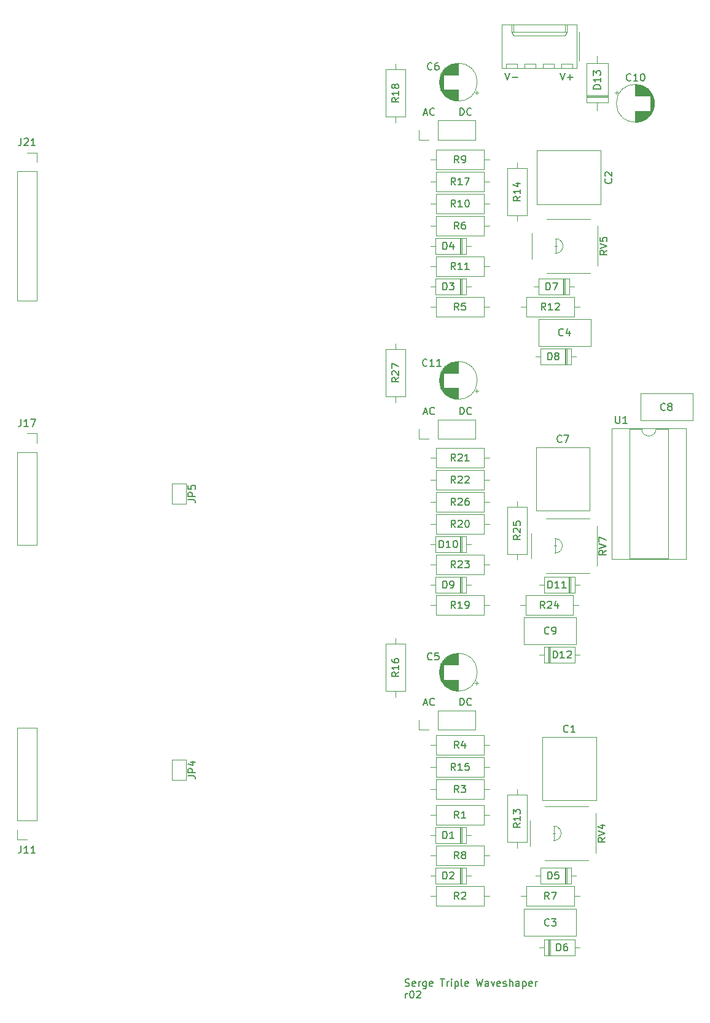
<source format=gto>
%TF.GenerationSoftware,KiCad,Pcbnew,7.0.2-0*%
%TF.CreationDate,2023-10-21T23:35:19+01:00*%
%TF.ProjectId,serge-r5-triple-wave-shaper,73657267-652d-4723-952d-747269706c65,r02*%
%TF.SameCoordinates,Original*%
%TF.FileFunction,Legend,Top*%
%TF.FilePolarity,Positive*%
%FSLAX46Y46*%
G04 Gerber Fmt 4.6, Leading zero omitted, Abs format (unit mm)*
G04 Created by KiCad (PCBNEW 7.0.2-0) date 2023-10-21 23:35:19*
%MOMM*%
%LPD*%
G01*
G04 APERTURE LIST*
%ADD10C,0.150000*%
%ADD11C,0.120000*%
G04 APERTURE END LIST*
D10*
X83248476Y-86586904D02*
X83724666Y-86586904D01*
X83153238Y-86872619D02*
X83486571Y-85872619D01*
X83486571Y-85872619D02*
X83819904Y-86872619D01*
X84724666Y-86777380D02*
X84677047Y-86825000D01*
X84677047Y-86825000D02*
X84534190Y-86872619D01*
X84534190Y-86872619D02*
X84438952Y-86872619D01*
X84438952Y-86872619D02*
X84296095Y-86825000D01*
X84296095Y-86825000D02*
X84200857Y-86729761D01*
X84200857Y-86729761D02*
X84153238Y-86634523D01*
X84153238Y-86634523D02*
X84105619Y-86444047D01*
X84105619Y-86444047D02*
X84105619Y-86301190D01*
X84105619Y-86301190D02*
X84153238Y-86110714D01*
X84153238Y-86110714D02*
X84200857Y-86015476D01*
X84200857Y-86015476D02*
X84296095Y-85920238D01*
X84296095Y-85920238D02*
X84438952Y-85872619D01*
X84438952Y-85872619D02*
X84534190Y-85872619D01*
X84534190Y-85872619D02*
X84677047Y-85920238D01*
X84677047Y-85920238D02*
X84724666Y-85967857D01*
X88249095Y-45597619D02*
X88249095Y-44597619D01*
X88249095Y-44597619D02*
X88487190Y-44597619D01*
X88487190Y-44597619D02*
X88630047Y-44645238D01*
X88630047Y-44645238D02*
X88725285Y-44740476D01*
X88725285Y-44740476D02*
X88772904Y-44835714D01*
X88772904Y-44835714D02*
X88820523Y-45026190D01*
X88820523Y-45026190D02*
X88820523Y-45169047D01*
X88820523Y-45169047D02*
X88772904Y-45359523D01*
X88772904Y-45359523D02*
X88725285Y-45454761D01*
X88725285Y-45454761D02*
X88630047Y-45550000D01*
X88630047Y-45550000D02*
X88487190Y-45597619D01*
X88487190Y-45597619D02*
X88249095Y-45597619D01*
X89820523Y-45502380D02*
X89772904Y-45550000D01*
X89772904Y-45550000D02*
X89630047Y-45597619D01*
X89630047Y-45597619D02*
X89534809Y-45597619D01*
X89534809Y-45597619D02*
X89391952Y-45550000D01*
X89391952Y-45550000D02*
X89296714Y-45454761D01*
X89296714Y-45454761D02*
X89249095Y-45359523D01*
X89249095Y-45359523D02*
X89201476Y-45169047D01*
X89201476Y-45169047D02*
X89201476Y-45026190D01*
X89201476Y-45026190D02*
X89249095Y-44835714D01*
X89249095Y-44835714D02*
X89296714Y-44740476D01*
X89296714Y-44740476D02*
X89391952Y-44645238D01*
X89391952Y-44645238D02*
X89534809Y-44597619D01*
X89534809Y-44597619D02*
X89630047Y-44597619D01*
X89630047Y-44597619D02*
X89772904Y-44645238D01*
X89772904Y-44645238D02*
X89820523Y-44692857D01*
X80708476Y-165723000D02*
X80851333Y-165770619D01*
X80851333Y-165770619D02*
X81089428Y-165770619D01*
X81089428Y-165770619D02*
X81184666Y-165723000D01*
X81184666Y-165723000D02*
X81232285Y-165675380D01*
X81232285Y-165675380D02*
X81279904Y-165580142D01*
X81279904Y-165580142D02*
X81279904Y-165484904D01*
X81279904Y-165484904D02*
X81232285Y-165389666D01*
X81232285Y-165389666D02*
X81184666Y-165342047D01*
X81184666Y-165342047D02*
X81089428Y-165294428D01*
X81089428Y-165294428D02*
X80898952Y-165246809D01*
X80898952Y-165246809D02*
X80803714Y-165199190D01*
X80803714Y-165199190D02*
X80756095Y-165151571D01*
X80756095Y-165151571D02*
X80708476Y-165056333D01*
X80708476Y-165056333D02*
X80708476Y-164961095D01*
X80708476Y-164961095D02*
X80756095Y-164865857D01*
X80756095Y-164865857D02*
X80803714Y-164818238D01*
X80803714Y-164818238D02*
X80898952Y-164770619D01*
X80898952Y-164770619D02*
X81137047Y-164770619D01*
X81137047Y-164770619D02*
X81279904Y-164818238D01*
X82089428Y-165723000D02*
X81994190Y-165770619D01*
X81994190Y-165770619D02*
X81803714Y-165770619D01*
X81803714Y-165770619D02*
X81708476Y-165723000D01*
X81708476Y-165723000D02*
X81660857Y-165627761D01*
X81660857Y-165627761D02*
X81660857Y-165246809D01*
X81660857Y-165246809D02*
X81708476Y-165151571D01*
X81708476Y-165151571D02*
X81803714Y-165103952D01*
X81803714Y-165103952D02*
X81994190Y-165103952D01*
X81994190Y-165103952D02*
X82089428Y-165151571D01*
X82089428Y-165151571D02*
X82137047Y-165246809D01*
X82137047Y-165246809D02*
X82137047Y-165342047D01*
X82137047Y-165342047D02*
X81660857Y-165437285D01*
X82565619Y-165770619D02*
X82565619Y-165103952D01*
X82565619Y-165294428D02*
X82613238Y-165199190D01*
X82613238Y-165199190D02*
X82660857Y-165151571D01*
X82660857Y-165151571D02*
X82756095Y-165103952D01*
X82756095Y-165103952D02*
X82851333Y-165103952D01*
X83613238Y-165103952D02*
X83613238Y-165913476D01*
X83613238Y-165913476D02*
X83565619Y-166008714D01*
X83565619Y-166008714D02*
X83518000Y-166056333D01*
X83518000Y-166056333D02*
X83422762Y-166103952D01*
X83422762Y-166103952D02*
X83279905Y-166103952D01*
X83279905Y-166103952D02*
X83184667Y-166056333D01*
X83613238Y-165723000D02*
X83518000Y-165770619D01*
X83518000Y-165770619D02*
X83327524Y-165770619D01*
X83327524Y-165770619D02*
X83232286Y-165723000D01*
X83232286Y-165723000D02*
X83184667Y-165675380D01*
X83184667Y-165675380D02*
X83137048Y-165580142D01*
X83137048Y-165580142D02*
X83137048Y-165294428D01*
X83137048Y-165294428D02*
X83184667Y-165199190D01*
X83184667Y-165199190D02*
X83232286Y-165151571D01*
X83232286Y-165151571D02*
X83327524Y-165103952D01*
X83327524Y-165103952D02*
X83518000Y-165103952D01*
X83518000Y-165103952D02*
X83613238Y-165151571D01*
X84470381Y-165723000D02*
X84375143Y-165770619D01*
X84375143Y-165770619D02*
X84184667Y-165770619D01*
X84184667Y-165770619D02*
X84089429Y-165723000D01*
X84089429Y-165723000D02*
X84041810Y-165627761D01*
X84041810Y-165627761D02*
X84041810Y-165246809D01*
X84041810Y-165246809D02*
X84089429Y-165151571D01*
X84089429Y-165151571D02*
X84184667Y-165103952D01*
X84184667Y-165103952D02*
X84375143Y-165103952D01*
X84375143Y-165103952D02*
X84470381Y-165151571D01*
X84470381Y-165151571D02*
X84518000Y-165246809D01*
X84518000Y-165246809D02*
X84518000Y-165342047D01*
X84518000Y-165342047D02*
X84041810Y-165437285D01*
X85565620Y-164770619D02*
X86137048Y-164770619D01*
X85851334Y-165770619D02*
X85851334Y-164770619D01*
X86470382Y-165770619D02*
X86470382Y-165103952D01*
X86470382Y-165294428D02*
X86518001Y-165199190D01*
X86518001Y-165199190D02*
X86565620Y-165151571D01*
X86565620Y-165151571D02*
X86660858Y-165103952D01*
X86660858Y-165103952D02*
X86756096Y-165103952D01*
X87089430Y-165770619D02*
X87089430Y-165103952D01*
X87089430Y-164770619D02*
X87041811Y-164818238D01*
X87041811Y-164818238D02*
X87089430Y-164865857D01*
X87089430Y-164865857D02*
X87137049Y-164818238D01*
X87137049Y-164818238D02*
X87089430Y-164770619D01*
X87089430Y-164770619D02*
X87089430Y-164865857D01*
X87565620Y-165103952D02*
X87565620Y-166103952D01*
X87565620Y-165151571D02*
X87660858Y-165103952D01*
X87660858Y-165103952D02*
X87851334Y-165103952D01*
X87851334Y-165103952D02*
X87946572Y-165151571D01*
X87946572Y-165151571D02*
X87994191Y-165199190D01*
X87994191Y-165199190D02*
X88041810Y-165294428D01*
X88041810Y-165294428D02*
X88041810Y-165580142D01*
X88041810Y-165580142D02*
X87994191Y-165675380D01*
X87994191Y-165675380D02*
X87946572Y-165723000D01*
X87946572Y-165723000D02*
X87851334Y-165770619D01*
X87851334Y-165770619D02*
X87660858Y-165770619D01*
X87660858Y-165770619D02*
X87565620Y-165723000D01*
X88613239Y-165770619D02*
X88518001Y-165723000D01*
X88518001Y-165723000D02*
X88470382Y-165627761D01*
X88470382Y-165627761D02*
X88470382Y-164770619D01*
X89375144Y-165723000D02*
X89279906Y-165770619D01*
X89279906Y-165770619D02*
X89089430Y-165770619D01*
X89089430Y-165770619D02*
X88994192Y-165723000D01*
X88994192Y-165723000D02*
X88946573Y-165627761D01*
X88946573Y-165627761D02*
X88946573Y-165246809D01*
X88946573Y-165246809D02*
X88994192Y-165151571D01*
X88994192Y-165151571D02*
X89089430Y-165103952D01*
X89089430Y-165103952D02*
X89279906Y-165103952D01*
X89279906Y-165103952D02*
X89375144Y-165151571D01*
X89375144Y-165151571D02*
X89422763Y-165246809D01*
X89422763Y-165246809D02*
X89422763Y-165342047D01*
X89422763Y-165342047D02*
X88946573Y-165437285D01*
X90518002Y-164770619D02*
X90756097Y-165770619D01*
X90756097Y-165770619D02*
X90946573Y-165056333D01*
X90946573Y-165056333D02*
X91137049Y-165770619D01*
X91137049Y-165770619D02*
X91375145Y-164770619D01*
X92184668Y-165770619D02*
X92184668Y-165246809D01*
X92184668Y-165246809D02*
X92137049Y-165151571D01*
X92137049Y-165151571D02*
X92041811Y-165103952D01*
X92041811Y-165103952D02*
X91851335Y-165103952D01*
X91851335Y-165103952D02*
X91756097Y-165151571D01*
X92184668Y-165723000D02*
X92089430Y-165770619D01*
X92089430Y-165770619D02*
X91851335Y-165770619D01*
X91851335Y-165770619D02*
X91756097Y-165723000D01*
X91756097Y-165723000D02*
X91708478Y-165627761D01*
X91708478Y-165627761D02*
X91708478Y-165532523D01*
X91708478Y-165532523D02*
X91756097Y-165437285D01*
X91756097Y-165437285D02*
X91851335Y-165389666D01*
X91851335Y-165389666D02*
X92089430Y-165389666D01*
X92089430Y-165389666D02*
X92184668Y-165342047D01*
X92565621Y-165103952D02*
X92803716Y-165770619D01*
X92803716Y-165770619D02*
X93041811Y-165103952D01*
X93803716Y-165723000D02*
X93708478Y-165770619D01*
X93708478Y-165770619D02*
X93518002Y-165770619D01*
X93518002Y-165770619D02*
X93422764Y-165723000D01*
X93422764Y-165723000D02*
X93375145Y-165627761D01*
X93375145Y-165627761D02*
X93375145Y-165246809D01*
X93375145Y-165246809D02*
X93422764Y-165151571D01*
X93422764Y-165151571D02*
X93518002Y-165103952D01*
X93518002Y-165103952D02*
X93708478Y-165103952D01*
X93708478Y-165103952D02*
X93803716Y-165151571D01*
X93803716Y-165151571D02*
X93851335Y-165246809D01*
X93851335Y-165246809D02*
X93851335Y-165342047D01*
X93851335Y-165342047D02*
X93375145Y-165437285D01*
X94232288Y-165723000D02*
X94327526Y-165770619D01*
X94327526Y-165770619D02*
X94518002Y-165770619D01*
X94518002Y-165770619D02*
X94613240Y-165723000D01*
X94613240Y-165723000D02*
X94660859Y-165627761D01*
X94660859Y-165627761D02*
X94660859Y-165580142D01*
X94660859Y-165580142D02*
X94613240Y-165484904D01*
X94613240Y-165484904D02*
X94518002Y-165437285D01*
X94518002Y-165437285D02*
X94375145Y-165437285D01*
X94375145Y-165437285D02*
X94279907Y-165389666D01*
X94279907Y-165389666D02*
X94232288Y-165294428D01*
X94232288Y-165294428D02*
X94232288Y-165246809D01*
X94232288Y-165246809D02*
X94279907Y-165151571D01*
X94279907Y-165151571D02*
X94375145Y-165103952D01*
X94375145Y-165103952D02*
X94518002Y-165103952D01*
X94518002Y-165103952D02*
X94613240Y-165151571D01*
X95089431Y-165770619D02*
X95089431Y-164770619D01*
X95518002Y-165770619D02*
X95518002Y-165246809D01*
X95518002Y-165246809D02*
X95470383Y-165151571D01*
X95470383Y-165151571D02*
X95375145Y-165103952D01*
X95375145Y-165103952D02*
X95232288Y-165103952D01*
X95232288Y-165103952D02*
X95137050Y-165151571D01*
X95137050Y-165151571D02*
X95089431Y-165199190D01*
X96422764Y-165770619D02*
X96422764Y-165246809D01*
X96422764Y-165246809D02*
X96375145Y-165151571D01*
X96375145Y-165151571D02*
X96279907Y-165103952D01*
X96279907Y-165103952D02*
X96089431Y-165103952D01*
X96089431Y-165103952D02*
X95994193Y-165151571D01*
X96422764Y-165723000D02*
X96327526Y-165770619D01*
X96327526Y-165770619D02*
X96089431Y-165770619D01*
X96089431Y-165770619D02*
X95994193Y-165723000D01*
X95994193Y-165723000D02*
X95946574Y-165627761D01*
X95946574Y-165627761D02*
X95946574Y-165532523D01*
X95946574Y-165532523D02*
X95994193Y-165437285D01*
X95994193Y-165437285D02*
X96089431Y-165389666D01*
X96089431Y-165389666D02*
X96327526Y-165389666D01*
X96327526Y-165389666D02*
X96422764Y-165342047D01*
X96898955Y-165103952D02*
X96898955Y-166103952D01*
X96898955Y-165151571D02*
X96994193Y-165103952D01*
X96994193Y-165103952D02*
X97184669Y-165103952D01*
X97184669Y-165103952D02*
X97279907Y-165151571D01*
X97279907Y-165151571D02*
X97327526Y-165199190D01*
X97327526Y-165199190D02*
X97375145Y-165294428D01*
X97375145Y-165294428D02*
X97375145Y-165580142D01*
X97375145Y-165580142D02*
X97327526Y-165675380D01*
X97327526Y-165675380D02*
X97279907Y-165723000D01*
X97279907Y-165723000D02*
X97184669Y-165770619D01*
X97184669Y-165770619D02*
X96994193Y-165770619D01*
X96994193Y-165770619D02*
X96898955Y-165723000D01*
X98184669Y-165723000D02*
X98089431Y-165770619D01*
X98089431Y-165770619D02*
X97898955Y-165770619D01*
X97898955Y-165770619D02*
X97803717Y-165723000D01*
X97803717Y-165723000D02*
X97756098Y-165627761D01*
X97756098Y-165627761D02*
X97756098Y-165246809D01*
X97756098Y-165246809D02*
X97803717Y-165151571D01*
X97803717Y-165151571D02*
X97898955Y-165103952D01*
X97898955Y-165103952D02*
X98089431Y-165103952D01*
X98089431Y-165103952D02*
X98184669Y-165151571D01*
X98184669Y-165151571D02*
X98232288Y-165246809D01*
X98232288Y-165246809D02*
X98232288Y-165342047D01*
X98232288Y-165342047D02*
X97756098Y-165437285D01*
X98660860Y-165770619D02*
X98660860Y-165103952D01*
X98660860Y-165294428D02*
X98708479Y-165199190D01*
X98708479Y-165199190D02*
X98756098Y-165151571D01*
X98756098Y-165151571D02*
X98851336Y-165103952D01*
X98851336Y-165103952D02*
X98946574Y-165103952D01*
X80756095Y-167390619D02*
X80756095Y-166723952D01*
X80756095Y-166914428D02*
X80803714Y-166819190D01*
X80803714Y-166819190D02*
X80851333Y-166771571D01*
X80851333Y-166771571D02*
X80946571Y-166723952D01*
X80946571Y-166723952D02*
X81041809Y-166723952D01*
X81565619Y-166390619D02*
X81660857Y-166390619D01*
X81660857Y-166390619D02*
X81756095Y-166438238D01*
X81756095Y-166438238D02*
X81803714Y-166485857D01*
X81803714Y-166485857D02*
X81851333Y-166581095D01*
X81851333Y-166581095D02*
X81898952Y-166771571D01*
X81898952Y-166771571D02*
X81898952Y-167009666D01*
X81898952Y-167009666D02*
X81851333Y-167200142D01*
X81851333Y-167200142D02*
X81803714Y-167295380D01*
X81803714Y-167295380D02*
X81756095Y-167343000D01*
X81756095Y-167343000D02*
X81660857Y-167390619D01*
X81660857Y-167390619D02*
X81565619Y-167390619D01*
X81565619Y-167390619D02*
X81470381Y-167343000D01*
X81470381Y-167343000D02*
X81422762Y-167295380D01*
X81422762Y-167295380D02*
X81375143Y-167200142D01*
X81375143Y-167200142D02*
X81327524Y-167009666D01*
X81327524Y-167009666D02*
X81327524Y-166771571D01*
X81327524Y-166771571D02*
X81375143Y-166581095D01*
X81375143Y-166581095D02*
X81422762Y-166485857D01*
X81422762Y-166485857D02*
X81470381Y-166438238D01*
X81470381Y-166438238D02*
X81565619Y-166390619D01*
X82279905Y-166485857D02*
X82327524Y-166438238D01*
X82327524Y-166438238D02*
X82422762Y-166390619D01*
X82422762Y-166390619D02*
X82660857Y-166390619D01*
X82660857Y-166390619D02*
X82756095Y-166438238D01*
X82756095Y-166438238D02*
X82803714Y-166485857D01*
X82803714Y-166485857D02*
X82851333Y-166581095D01*
X82851333Y-166581095D02*
X82851333Y-166676333D01*
X82851333Y-166676333D02*
X82803714Y-166819190D01*
X82803714Y-166819190D02*
X82232286Y-167390619D01*
X82232286Y-167390619D02*
X82851333Y-167390619D01*
X88249095Y-86872619D02*
X88249095Y-85872619D01*
X88249095Y-85872619D02*
X88487190Y-85872619D01*
X88487190Y-85872619D02*
X88630047Y-85920238D01*
X88630047Y-85920238D02*
X88725285Y-86015476D01*
X88725285Y-86015476D02*
X88772904Y-86110714D01*
X88772904Y-86110714D02*
X88820523Y-86301190D01*
X88820523Y-86301190D02*
X88820523Y-86444047D01*
X88820523Y-86444047D02*
X88772904Y-86634523D01*
X88772904Y-86634523D02*
X88725285Y-86729761D01*
X88725285Y-86729761D02*
X88630047Y-86825000D01*
X88630047Y-86825000D02*
X88487190Y-86872619D01*
X88487190Y-86872619D02*
X88249095Y-86872619D01*
X89820523Y-86777380D02*
X89772904Y-86825000D01*
X89772904Y-86825000D02*
X89630047Y-86872619D01*
X89630047Y-86872619D02*
X89534809Y-86872619D01*
X89534809Y-86872619D02*
X89391952Y-86825000D01*
X89391952Y-86825000D02*
X89296714Y-86729761D01*
X89296714Y-86729761D02*
X89249095Y-86634523D01*
X89249095Y-86634523D02*
X89201476Y-86444047D01*
X89201476Y-86444047D02*
X89201476Y-86301190D01*
X89201476Y-86301190D02*
X89249095Y-86110714D01*
X89249095Y-86110714D02*
X89296714Y-86015476D01*
X89296714Y-86015476D02*
X89391952Y-85920238D01*
X89391952Y-85920238D02*
X89534809Y-85872619D01*
X89534809Y-85872619D02*
X89630047Y-85872619D01*
X89630047Y-85872619D02*
X89772904Y-85920238D01*
X89772904Y-85920238D02*
X89820523Y-85967857D01*
X83248476Y-126718904D02*
X83724666Y-126718904D01*
X83153238Y-127004619D02*
X83486571Y-126004619D01*
X83486571Y-126004619D02*
X83819904Y-127004619D01*
X84724666Y-126909380D02*
X84677047Y-126957000D01*
X84677047Y-126957000D02*
X84534190Y-127004619D01*
X84534190Y-127004619D02*
X84438952Y-127004619D01*
X84438952Y-127004619D02*
X84296095Y-126957000D01*
X84296095Y-126957000D02*
X84200857Y-126861761D01*
X84200857Y-126861761D02*
X84153238Y-126766523D01*
X84153238Y-126766523D02*
X84105619Y-126576047D01*
X84105619Y-126576047D02*
X84105619Y-126433190D01*
X84105619Y-126433190D02*
X84153238Y-126242714D01*
X84153238Y-126242714D02*
X84200857Y-126147476D01*
X84200857Y-126147476D02*
X84296095Y-126052238D01*
X84296095Y-126052238D02*
X84438952Y-126004619D01*
X84438952Y-126004619D02*
X84534190Y-126004619D01*
X84534190Y-126004619D02*
X84677047Y-126052238D01*
X84677047Y-126052238D02*
X84724666Y-126099857D01*
X88249095Y-127004619D02*
X88249095Y-126004619D01*
X88249095Y-126004619D02*
X88487190Y-126004619D01*
X88487190Y-126004619D02*
X88630047Y-126052238D01*
X88630047Y-126052238D02*
X88725285Y-126147476D01*
X88725285Y-126147476D02*
X88772904Y-126242714D01*
X88772904Y-126242714D02*
X88820523Y-126433190D01*
X88820523Y-126433190D02*
X88820523Y-126576047D01*
X88820523Y-126576047D02*
X88772904Y-126766523D01*
X88772904Y-126766523D02*
X88725285Y-126861761D01*
X88725285Y-126861761D02*
X88630047Y-126957000D01*
X88630047Y-126957000D02*
X88487190Y-127004619D01*
X88487190Y-127004619D02*
X88249095Y-127004619D01*
X89820523Y-126909380D02*
X89772904Y-126957000D01*
X89772904Y-126957000D02*
X89630047Y-127004619D01*
X89630047Y-127004619D02*
X89534809Y-127004619D01*
X89534809Y-127004619D02*
X89391952Y-126957000D01*
X89391952Y-126957000D02*
X89296714Y-126861761D01*
X89296714Y-126861761D02*
X89249095Y-126766523D01*
X89249095Y-126766523D02*
X89201476Y-126576047D01*
X89201476Y-126576047D02*
X89201476Y-126433190D01*
X89201476Y-126433190D02*
X89249095Y-126242714D01*
X89249095Y-126242714D02*
X89296714Y-126147476D01*
X89296714Y-126147476D02*
X89391952Y-126052238D01*
X89391952Y-126052238D02*
X89534809Y-126004619D01*
X89534809Y-126004619D02*
X89630047Y-126004619D01*
X89630047Y-126004619D02*
X89772904Y-126052238D01*
X89772904Y-126052238D02*
X89820523Y-126099857D01*
X83248476Y-45311904D02*
X83724666Y-45311904D01*
X83153238Y-45597619D02*
X83486571Y-44597619D01*
X83486571Y-44597619D02*
X83819904Y-45597619D01*
X84724666Y-45502380D02*
X84677047Y-45550000D01*
X84677047Y-45550000D02*
X84534190Y-45597619D01*
X84534190Y-45597619D02*
X84438952Y-45597619D01*
X84438952Y-45597619D02*
X84296095Y-45550000D01*
X84296095Y-45550000D02*
X84200857Y-45454761D01*
X84200857Y-45454761D02*
X84153238Y-45359523D01*
X84153238Y-45359523D02*
X84105619Y-45169047D01*
X84105619Y-45169047D02*
X84105619Y-45026190D01*
X84105619Y-45026190D02*
X84153238Y-44835714D01*
X84153238Y-44835714D02*
X84200857Y-44740476D01*
X84200857Y-44740476D02*
X84296095Y-44645238D01*
X84296095Y-44645238D02*
X84438952Y-44597619D01*
X84438952Y-44597619D02*
X84534190Y-44597619D01*
X84534190Y-44597619D02*
X84677047Y-44645238D01*
X84677047Y-44645238D02*
X84724666Y-44692857D01*
%TO.C,D13*%
X107650619Y-41930485D02*
X106650619Y-41930485D01*
X106650619Y-41930485D02*
X106650619Y-41692390D01*
X106650619Y-41692390D02*
X106698238Y-41549533D01*
X106698238Y-41549533D02*
X106793476Y-41454295D01*
X106793476Y-41454295D02*
X106888714Y-41406676D01*
X106888714Y-41406676D02*
X107079190Y-41359057D01*
X107079190Y-41359057D02*
X107222047Y-41359057D01*
X107222047Y-41359057D02*
X107412523Y-41406676D01*
X107412523Y-41406676D02*
X107507761Y-41454295D01*
X107507761Y-41454295D02*
X107603000Y-41549533D01*
X107603000Y-41549533D02*
X107650619Y-41692390D01*
X107650619Y-41692390D02*
X107650619Y-41930485D01*
X107650619Y-40406676D02*
X107650619Y-40978104D01*
X107650619Y-40692390D02*
X106650619Y-40692390D01*
X106650619Y-40692390D02*
X106793476Y-40787628D01*
X106793476Y-40787628D02*
X106888714Y-40882866D01*
X106888714Y-40882866D02*
X106936333Y-40978104D01*
X106650619Y-40073342D02*
X106650619Y-39454295D01*
X106650619Y-39454295D02*
X107031571Y-39787628D01*
X107031571Y-39787628D02*
X107031571Y-39644771D01*
X107031571Y-39644771D02*
X107079190Y-39549533D01*
X107079190Y-39549533D02*
X107126809Y-39501914D01*
X107126809Y-39501914D02*
X107222047Y-39454295D01*
X107222047Y-39454295D02*
X107460142Y-39454295D01*
X107460142Y-39454295D02*
X107555380Y-39501914D01*
X107555380Y-39501914D02*
X107603000Y-39549533D01*
X107603000Y-39549533D02*
X107650619Y-39644771D01*
X107650619Y-39644771D02*
X107650619Y-39930485D01*
X107650619Y-39930485D02*
X107603000Y-40025723D01*
X107603000Y-40025723D02*
X107555380Y-40073342D01*
%TO.C,R16*%
X79837619Y-122435857D02*
X79361428Y-122769190D01*
X79837619Y-123007285D02*
X78837619Y-123007285D01*
X78837619Y-123007285D02*
X78837619Y-122626333D01*
X78837619Y-122626333D02*
X78885238Y-122531095D01*
X78885238Y-122531095D02*
X78932857Y-122483476D01*
X78932857Y-122483476D02*
X79028095Y-122435857D01*
X79028095Y-122435857D02*
X79170952Y-122435857D01*
X79170952Y-122435857D02*
X79266190Y-122483476D01*
X79266190Y-122483476D02*
X79313809Y-122531095D01*
X79313809Y-122531095D02*
X79361428Y-122626333D01*
X79361428Y-122626333D02*
X79361428Y-123007285D01*
X79837619Y-121483476D02*
X79837619Y-122054904D01*
X79837619Y-121769190D02*
X78837619Y-121769190D01*
X78837619Y-121769190D02*
X78980476Y-121864428D01*
X78980476Y-121864428D02*
X79075714Y-121959666D01*
X79075714Y-121959666D02*
X79123333Y-122054904D01*
X78837619Y-120626333D02*
X78837619Y-120816809D01*
X78837619Y-120816809D02*
X78885238Y-120912047D01*
X78885238Y-120912047D02*
X78932857Y-120959666D01*
X78932857Y-120959666D02*
X79075714Y-121054904D01*
X79075714Y-121054904D02*
X79266190Y-121102523D01*
X79266190Y-121102523D02*
X79647142Y-121102523D01*
X79647142Y-121102523D02*
X79742380Y-121054904D01*
X79742380Y-121054904D02*
X79790000Y-121007285D01*
X79790000Y-121007285D02*
X79837619Y-120912047D01*
X79837619Y-120912047D02*
X79837619Y-120721571D01*
X79837619Y-120721571D02*
X79790000Y-120626333D01*
X79790000Y-120626333D02*
X79742380Y-120578714D01*
X79742380Y-120578714D02*
X79647142Y-120531095D01*
X79647142Y-120531095D02*
X79409047Y-120531095D01*
X79409047Y-120531095D02*
X79313809Y-120578714D01*
X79313809Y-120578714D02*
X79266190Y-120626333D01*
X79266190Y-120626333D02*
X79218571Y-120721571D01*
X79218571Y-120721571D02*
X79218571Y-120912047D01*
X79218571Y-120912047D02*
X79266190Y-121007285D01*
X79266190Y-121007285D02*
X79313809Y-121054904D01*
X79313809Y-121054904D02*
X79409047Y-121102523D01*
%TO.C,RV7*%
X108412619Y-105624238D02*
X107936428Y-105957571D01*
X108412619Y-106195666D02*
X107412619Y-106195666D01*
X107412619Y-106195666D02*
X107412619Y-105814714D01*
X107412619Y-105814714D02*
X107460238Y-105719476D01*
X107460238Y-105719476D02*
X107507857Y-105671857D01*
X107507857Y-105671857D02*
X107603095Y-105624238D01*
X107603095Y-105624238D02*
X107745952Y-105624238D01*
X107745952Y-105624238D02*
X107841190Y-105671857D01*
X107841190Y-105671857D02*
X107888809Y-105719476D01*
X107888809Y-105719476D02*
X107936428Y-105814714D01*
X107936428Y-105814714D02*
X107936428Y-106195666D01*
X107412619Y-105338523D02*
X108412619Y-105005190D01*
X108412619Y-105005190D02*
X107412619Y-104671857D01*
X107412619Y-104433761D02*
X107412619Y-103767095D01*
X107412619Y-103767095D02*
X108412619Y-104195666D01*
%TO.C,R23*%
X87622142Y-108031619D02*
X87288809Y-107555428D01*
X87050714Y-108031619D02*
X87050714Y-107031619D01*
X87050714Y-107031619D02*
X87431666Y-107031619D01*
X87431666Y-107031619D02*
X87526904Y-107079238D01*
X87526904Y-107079238D02*
X87574523Y-107126857D01*
X87574523Y-107126857D02*
X87622142Y-107222095D01*
X87622142Y-107222095D02*
X87622142Y-107364952D01*
X87622142Y-107364952D02*
X87574523Y-107460190D01*
X87574523Y-107460190D02*
X87526904Y-107507809D01*
X87526904Y-107507809D02*
X87431666Y-107555428D01*
X87431666Y-107555428D02*
X87050714Y-107555428D01*
X88003095Y-107126857D02*
X88050714Y-107079238D01*
X88050714Y-107079238D02*
X88145952Y-107031619D01*
X88145952Y-107031619D02*
X88384047Y-107031619D01*
X88384047Y-107031619D02*
X88479285Y-107079238D01*
X88479285Y-107079238D02*
X88526904Y-107126857D01*
X88526904Y-107126857D02*
X88574523Y-107222095D01*
X88574523Y-107222095D02*
X88574523Y-107317333D01*
X88574523Y-107317333D02*
X88526904Y-107460190D01*
X88526904Y-107460190D02*
X87955476Y-108031619D01*
X87955476Y-108031619D02*
X88574523Y-108031619D01*
X88907857Y-107031619D02*
X89526904Y-107031619D01*
X89526904Y-107031619D02*
X89193571Y-107412571D01*
X89193571Y-107412571D02*
X89336428Y-107412571D01*
X89336428Y-107412571D02*
X89431666Y-107460190D01*
X89431666Y-107460190D02*
X89479285Y-107507809D01*
X89479285Y-107507809D02*
X89526904Y-107603047D01*
X89526904Y-107603047D02*
X89526904Y-107841142D01*
X89526904Y-107841142D02*
X89479285Y-107936380D01*
X89479285Y-107936380D02*
X89431666Y-107984000D01*
X89431666Y-107984000D02*
X89336428Y-108031619D01*
X89336428Y-108031619D02*
X89050714Y-108031619D01*
X89050714Y-108031619D02*
X88955476Y-107984000D01*
X88955476Y-107984000D02*
X88907857Y-107936380D01*
%TO.C,R13*%
X96601619Y-143263857D02*
X96125428Y-143597190D01*
X96601619Y-143835285D02*
X95601619Y-143835285D01*
X95601619Y-143835285D02*
X95601619Y-143454333D01*
X95601619Y-143454333D02*
X95649238Y-143359095D01*
X95649238Y-143359095D02*
X95696857Y-143311476D01*
X95696857Y-143311476D02*
X95792095Y-143263857D01*
X95792095Y-143263857D02*
X95934952Y-143263857D01*
X95934952Y-143263857D02*
X96030190Y-143311476D01*
X96030190Y-143311476D02*
X96077809Y-143359095D01*
X96077809Y-143359095D02*
X96125428Y-143454333D01*
X96125428Y-143454333D02*
X96125428Y-143835285D01*
X96601619Y-142311476D02*
X96601619Y-142882904D01*
X96601619Y-142597190D02*
X95601619Y-142597190D01*
X95601619Y-142597190D02*
X95744476Y-142692428D01*
X95744476Y-142692428D02*
X95839714Y-142787666D01*
X95839714Y-142787666D02*
X95887333Y-142882904D01*
X95601619Y-141978142D02*
X95601619Y-141359095D01*
X95601619Y-141359095D02*
X95982571Y-141692428D01*
X95982571Y-141692428D02*
X95982571Y-141549571D01*
X95982571Y-141549571D02*
X96030190Y-141454333D01*
X96030190Y-141454333D02*
X96077809Y-141406714D01*
X96077809Y-141406714D02*
X96173047Y-141359095D01*
X96173047Y-141359095D02*
X96411142Y-141359095D01*
X96411142Y-141359095D02*
X96506380Y-141406714D01*
X96506380Y-141406714D02*
X96554000Y-141454333D01*
X96554000Y-141454333D02*
X96601619Y-141549571D01*
X96601619Y-141549571D02*
X96601619Y-141835285D01*
X96601619Y-141835285D02*
X96554000Y-141930523D01*
X96554000Y-141930523D02*
X96506380Y-141978142D01*
%TO.C,R1*%
X88098333Y-142575619D02*
X87765000Y-142099428D01*
X87526905Y-142575619D02*
X87526905Y-141575619D01*
X87526905Y-141575619D02*
X87907857Y-141575619D01*
X87907857Y-141575619D02*
X88003095Y-141623238D01*
X88003095Y-141623238D02*
X88050714Y-141670857D01*
X88050714Y-141670857D02*
X88098333Y-141766095D01*
X88098333Y-141766095D02*
X88098333Y-141908952D01*
X88098333Y-141908952D02*
X88050714Y-142004190D01*
X88050714Y-142004190D02*
X88003095Y-142051809D01*
X88003095Y-142051809D02*
X87907857Y-142099428D01*
X87907857Y-142099428D02*
X87526905Y-142099428D01*
X89050714Y-142575619D02*
X88479286Y-142575619D01*
X88765000Y-142575619D02*
X88765000Y-141575619D01*
X88765000Y-141575619D02*
X88669762Y-141718476D01*
X88669762Y-141718476D02*
X88574524Y-141813714D01*
X88574524Y-141813714D02*
X88479286Y-141861333D01*
%TO.C,D8*%
X100379305Y-79329619D02*
X100379305Y-78329619D01*
X100379305Y-78329619D02*
X100617400Y-78329619D01*
X100617400Y-78329619D02*
X100760257Y-78377238D01*
X100760257Y-78377238D02*
X100855495Y-78472476D01*
X100855495Y-78472476D02*
X100903114Y-78567714D01*
X100903114Y-78567714D02*
X100950733Y-78758190D01*
X100950733Y-78758190D02*
X100950733Y-78901047D01*
X100950733Y-78901047D02*
X100903114Y-79091523D01*
X100903114Y-79091523D02*
X100855495Y-79186761D01*
X100855495Y-79186761D02*
X100760257Y-79282000D01*
X100760257Y-79282000D02*
X100617400Y-79329619D01*
X100617400Y-79329619D02*
X100379305Y-79329619D01*
X101522162Y-78758190D02*
X101426924Y-78710571D01*
X101426924Y-78710571D02*
X101379305Y-78662952D01*
X101379305Y-78662952D02*
X101331686Y-78567714D01*
X101331686Y-78567714D02*
X101331686Y-78520095D01*
X101331686Y-78520095D02*
X101379305Y-78424857D01*
X101379305Y-78424857D02*
X101426924Y-78377238D01*
X101426924Y-78377238D02*
X101522162Y-78329619D01*
X101522162Y-78329619D02*
X101712638Y-78329619D01*
X101712638Y-78329619D02*
X101807876Y-78377238D01*
X101807876Y-78377238D02*
X101855495Y-78424857D01*
X101855495Y-78424857D02*
X101903114Y-78520095D01*
X101903114Y-78520095D02*
X101903114Y-78567714D01*
X101903114Y-78567714D02*
X101855495Y-78662952D01*
X101855495Y-78662952D02*
X101807876Y-78710571D01*
X101807876Y-78710571D02*
X101712638Y-78758190D01*
X101712638Y-78758190D02*
X101522162Y-78758190D01*
X101522162Y-78758190D02*
X101426924Y-78805809D01*
X101426924Y-78805809D02*
X101379305Y-78853428D01*
X101379305Y-78853428D02*
X101331686Y-78948666D01*
X101331686Y-78948666D02*
X101331686Y-79139142D01*
X101331686Y-79139142D02*
X101379305Y-79234380D01*
X101379305Y-79234380D02*
X101426924Y-79282000D01*
X101426924Y-79282000D02*
X101522162Y-79329619D01*
X101522162Y-79329619D02*
X101712638Y-79329619D01*
X101712638Y-79329619D02*
X101807876Y-79282000D01*
X101807876Y-79282000D02*
X101855495Y-79234380D01*
X101855495Y-79234380D02*
X101903114Y-79139142D01*
X101903114Y-79139142D02*
X101903114Y-78948666D01*
X101903114Y-78948666D02*
X101855495Y-78853428D01*
X101855495Y-78853428D02*
X101807876Y-78805809D01*
X101807876Y-78805809D02*
X101712638Y-78758190D01*
%TO.C,R10*%
X87622142Y-58247619D02*
X87288809Y-57771428D01*
X87050714Y-58247619D02*
X87050714Y-57247619D01*
X87050714Y-57247619D02*
X87431666Y-57247619D01*
X87431666Y-57247619D02*
X87526904Y-57295238D01*
X87526904Y-57295238D02*
X87574523Y-57342857D01*
X87574523Y-57342857D02*
X87622142Y-57438095D01*
X87622142Y-57438095D02*
X87622142Y-57580952D01*
X87622142Y-57580952D02*
X87574523Y-57676190D01*
X87574523Y-57676190D02*
X87526904Y-57723809D01*
X87526904Y-57723809D02*
X87431666Y-57771428D01*
X87431666Y-57771428D02*
X87050714Y-57771428D01*
X88574523Y-58247619D02*
X88003095Y-58247619D01*
X88288809Y-58247619D02*
X88288809Y-57247619D01*
X88288809Y-57247619D02*
X88193571Y-57390476D01*
X88193571Y-57390476D02*
X88098333Y-57485714D01*
X88098333Y-57485714D02*
X88003095Y-57533333D01*
X89193571Y-57247619D02*
X89288809Y-57247619D01*
X89288809Y-57247619D02*
X89384047Y-57295238D01*
X89384047Y-57295238D02*
X89431666Y-57342857D01*
X89431666Y-57342857D02*
X89479285Y-57438095D01*
X89479285Y-57438095D02*
X89526904Y-57628571D01*
X89526904Y-57628571D02*
X89526904Y-57866666D01*
X89526904Y-57866666D02*
X89479285Y-58057142D01*
X89479285Y-58057142D02*
X89431666Y-58152380D01*
X89431666Y-58152380D02*
X89384047Y-58200000D01*
X89384047Y-58200000D02*
X89288809Y-58247619D01*
X89288809Y-58247619D02*
X89193571Y-58247619D01*
X89193571Y-58247619D02*
X89098333Y-58200000D01*
X89098333Y-58200000D02*
X89050714Y-58152380D01*
X89050714Y-58152380D02*
X89003095Y-58057142D01*
X89003095Y-58057142D02*
X88955476Y-57866666D01*
X88955476Y-57866666D02*
X88955476Y-57628571D01*
X88955476Y-57628571D02*
X89003095Y-57438095D01*
X89003095Y-57438095D02*
X89050714Y-57342857D01*
X89050714Y-57342857D02*
X89098333Y-57295238D01*
X89098333Y-57295238D02*
X89193571Y-57247619D01*
%TO.C,R27*%
X79837619Y-81795857D02*
X79361428Y-82129190D01*
X79837619Y-82367285D02*
X78837619Y-82367285D01*
X78837619Y-82367285D02*
X78837619Y-81986333D01*
X78837619Y-81986333D02*
X78885238Y-81891095D01*
X78885238Y-81891095D02*
X78932857Y-81843476D01*
X78932857Y-81843476D02*
X79028095Y-81795857D01*
X79028095Y-81795857D02*
X79170952Y-81795857D01*
X79170952Y-81795857D02*
X79266190Y-81843476D01*
X79266190Y-81843476D02*
X79313809Y-81891095D01*
X79313809Y-81891095D02*
X79361428Y-81986333D01*
X79361428Y-81986333D02*
X79361428Y-82367285D01*
X78932857Y-81414904D02*
X78885238Y-81367285D01*
X78885238Y-81367285D02*
X78837619Y-81272047D01*
X78837619Y-81272047D02*
X78837619Y-81033952D01*
X78837619Y-81033952D02*
X78885238Y-80938714D01*
X78885238Y-80938714D02*
X78932857Y-80891095D01*
X78932857Y-80891095D02*
X79028095Y-80843476D01*
X79028095Y-80843476D02*
X79123333Y-80843476D01*
X79123333Y-80843476D02*
X79266190Y-80891095D01*
X79266190Y-80891095D02*
X79837619Y-81462523D01*
X79837619Y-81462523D02*
X79837619Y-80843476D01*
X78837619Y-80510142D02*
X78837619Y-79843476D01*
X78837619Y-79843476D02*
X79837619Y-80272047D01*
%TO.C,R21*%
X87622142Y-93299619D02*
X87288809Y-92823428D01*
X87050714Y-93299619D02*
X87050714Y-92299619D01*
X87050714Y-92299619D02*
X87431666Y-92299619D01*
X87431666Y-92299619D02*
X87526904Y-92347238D01*
X87526904Y-92347238D02*
X87574523Y-92394857D01*
X87574523Y-92394857D02*
X87622142Y-92490095D01*
X87622142Y-92490095D02*
X87622142Y-92632952D01*
X87622142Y-92632952D02*
X87574523Y-92728190D01*
X87574523Y-92728190D02*
X87526904Y-92775809D01*
X87526904Y-92775809D02*
X87431666Y-92823428D01*
X87431666Y-92823428D02*
X87050714Y-92823428D01*
X88003095Y-92394857D02*
X88050714Y-92347238D01*
X88050714Y-92347238D02*
X88145952Y-92299619D01*
X88145952Y-92299619D02*
X88384047Y-92299619D01*
X88384047Y-92299619D02*
X88479285Y-92347238D01*
X88479285Y-92347238D02*
X88526904Y-92394857D01*
X88526904Y-92394857D02*
X88574523Y-92490095D01*
X88574523Y-92490095D02*
X88574523Y-92585333D01*
X88574523Y-92585333D02*
X88526904Y-92728190D01*
X88526904Y-92728190D02*
X87955476Y-93299619D01*
X87955476Y-93299619D02*
X88574523Y-93299619D01*
X89526904Y-93299619D02*
X88955476Y-93299619D01*
X89241190Y-93299619D02*
X89241190Y-92299619D01*
X89241190Y-92299619D02*
X89145952Y-92442476D01*
X89145952Y-92442476D02*
X89050714Y-92537714D01*
X89050714Y-92537714D02*
X88955476Y-92585333D01*
%TO.C,D2*%
X85901305Y-150957619D02*
X85901305Y-149957619D01*
X85901305Y-149957619D02*
X86139400Y-149957619D01*
X86139400Y-149957619D02*
X86282257Y-150005238D01*
X86282257Y-150005238D02*
X86377495Y-150100476D01*
X86377495Y-150100476D02*
X86425114Y-150195714D01*
X86425114Y-150195714D02*
X86472733Y-150386190D01*
X86472733Y-150386190D02*
X86472733Y-150529047D01*
X86472733Y-150529047D02*
X86425114Y-150719523D01*
X86425114Y-150719523D02*
X86377495Y-150814761D01*
X86377495Y-150814761D02*
X86282257Y-150910000D01*
X86282257Y-150910000D02*
X86139400Y-150957619D01*
X86139400Y-150957619D02*
X85901305Y-150957619D01*
X86853686Y-150052857D02*
X86901305Y-150005238D01*
X86901305Y-150005238D02*
X86996543Y-149957619D01*
X86996543Y-149957619D02*
X87234638Y-149957619D01*
X87234638Y-149957619D02*
X87329876Y-150005238D01*
X87329876Y-150005238D02*
X87377495Y-150052857D01*
X87377495Y-150052857D02*
X87425114Y-150148095D01*
X87425114Y-150148095D02*
X87425114Y-150243333D01*
X87425114Y-150243333D02*
X87377495Y-150386190D01*
X87377495Y-150386190D02*
X86806067Y-150957619D01*
X86806067Y-150957619D02*
X87425114Y-150957619D01*
%TO.C,J21*%
X27765476Y-48762619D02*
X27765476Y-49476904D01*
X27765476Y-49476904D02*
X27717857Y-49619761D01*
X27717857Y-49619761D02*
X27622619Y-49715000D01*
X27622619Y-49715000D02*
X27479762Y-49762619D01*
X27479762Y-49762619D02*
X27384524Y-49762619D01*
X28194048Y-48857857D02*
X28241667Y-48810238D01*
X28241667Y-48810238D02*
X28336905Y-48762619D01*
X28336905Y-48762619D02*
X28575000Y-48762619D01*
X28575000Y-48762619D02*
X28670238Y-48810238D01*
X28670238Y-48810238D02*
X28717857Y-48857857D01*
X28717857Y-48857857D02*
X28765476Y-48953095D01*
X28765476Y-48953095D02*
X28765476Y-49048333D01*
X28765476Y-49048333D02*
X28717857Y-49191190D01*
X28717857Y-49191190D02*
X28146429Y-49762619D01*
X28146429Y-49762619D02*
X28765476Y-49762619D01*
X29717857Y-49762619D02*
X29146429Y-49762619D01*
X29432143Y-49762619D02*
X29432143Y-48762619D01*
X29432143Y-48762619D02*
X29336905Y-48905476D01*
X29336905Y-48905476D02*
X29241667Y-49000714D01*
X29241667Y-49000714D02*
X29146429Y-49048333D01*
%TO.C,R11*%
X87622142Y-66883619D02*
X87288809Y-66407428D01*
X87050714Y-66883619D02*
X87050714Y-65883619D01*
X87050714Y-65883619D02*
X87431666Y-65883619D01*
X87431666Y-65883619D02*
X87526904Y-65931238D01*
X87526904Y-65931238D02*
X87574523Y-65978857D01*
X87574523Y-65978857D02*
X87622142Y-66074095D01*
X87622142Y-66074095D02*
X87622142Y-66216952D01*
X87622142Y-66216952D02*
X87574523Y-66312190D01*
X87574523Y-66312190D02*
X87526904Y-66359809D01*
X87526904Y-66359809D02*
X87431666Y-66407428D01*
X87431666Y-66407428D02*
X87050714Y-66407428D01*
X88574523Y-66883619D02*
X88003095Y-66883619D01*
X88288809Y-66883619D02*
X88288809Y-65883619D01*
X88288809Y-65883619D02*
X88193571Y-66026476D01*
X88193571Y-66026476D02*
X88098333Y-66121714D01*
X88098333Y-66121714D02*
X88003095Y-66169333D01*
X89526904Y-66883619D02*
X88955476Y-66883619D01*
X89241190Y-66883619D02*
X89241190Y-65883619D01*
X89241190Y-65883619D02*
X89145952Y-66026476D01*
X89145952Y-66026476D02*
X89050714Y-66121714D01*
X89050714Y-66121714D02*
X88955476Y-66169333D01*
%TO.C,C1*%
X103171333Y-130630380D02*
X103123714Y-130678000D01*
X103123714Y-130678000D02*
X102980857Y-130725619D01*
X102980857Y-130725619D02*
X102885619Y-130725619D01*
X102885619Y-130725619D02*
X102742762Y-130678000D01*
X102742762Y-130678000D02*
X102647524Y-130582761D01*
X102647524Y-130582761D02*
X102599905Y-130487523D01*
X102599905Y-130487523D02*
X102552286Y-130297047D01*
X102552286Y-130297047D02*
X102552286Y-130154190D01*
X102552286Y-130154190D02*
X102599905Y-129963714D01*
X102599905Y-129963714D02*
X102647524Y-129868476D01*
X102647524Y-129868476D02*
X102742762Y-129773238D01*
X102742762Y-129773238D02*
X102885619Y-129725619D01*
X102885619Y-129725619D02*
X102980857Y-129725619D01*
X102980857Y-129725619D02*
X103123714Y-129773238D01*
X103123714Y-129773238D02*
X103171333Y-129820857D01*
X104123714Y-130725619D02*
X103552286Y-130725619D01*
X103838000Y-130725619D02*
X103838000Y-129725619D01*
X103838000Y-129725619D02*
X103742762Y-129868476D01*
X103742762Y-129868476D02*
X103647524Y-129963714D01*
X103647524Y-129963714D02*
X103552286Y-130011333D01*
%TO.C,R17*%
X87622142Y-55199619D02*
X87288809Y-54723428D01*
X87050714Y-55199619D02*
X87050714Y-54199619D01*
X87050714Y-54199619D02*
X87431666Y-54199619D01*
X87431666Y-54199619D02*
X87526904Y-54247238D01*
X87526904Y-54247238D02*
X87574523Y-54294857D01*
X87574523Y-54294857D02*
X87622142Y-54390095D01*
X87622142Y-54390095D02*
X87622142Y-54532952D01*
X87622142Y-54532952D02*
X87574523Y-54628190D01*
X87574523Y-54628190D02*
X87526904Y-54675809D01*
X87526904Y-54675809D02*
X87431666Y-54723428D01*
X87431666Y-54723428D02*
X87050714Y-54723428D01*
X88574523Y-55199619D02*
X88003095Y-55199619D01*
X88288809Y-55199619D02*
X88288809Y-54199619D01*
X88288809Y-54199619D02*
X88193571Y-54342476D01*
X88193571Y-54342476D02*
X88098333Y-54437714D01*
X88098333Y-54437714D02*
X88003095Y-54485333D01*
X88907857Y-54199619D02*
X89574523Y-54199619D01*
X89574523Y-54199619D02*
X89145952Y-55199619D01*
%TO.C,R26*%
X87622142Y-99395619D02*
X87288809Y-98919428D01*
X87050714Y-99395619D02*
X87050714Y-98395619D01*
X87050714Y-98395619D02*
X87431666Y-98395619D01*
X87431666Y-98395619D02*
X87526904Y-98443238D01*
X87526904Y-98443238D02*
X87574523Y-98490857D01*
X87574523Y-98490857D02*
X87622142Y-98586095D01*
X87622142Y-98586095D02*
X87622142Y-98728952D01*
X87622142Y-98728952D02*
X87574523Y-98824190D01*
X87574523Y-98824190D02*
X87526904Y-98871809D01*
X87526904Y-98871809D02*
X87431666Y-98919428D01*
X87431666Y-98919428D02*
X87050714Y-98919428D01*
X88003095Y-98490857D02*
X88050714Y-98443238D01*
X88050714Y-98443238D02*
X88145952Y-98395619D01*
X88145952Y-98395619D02*
X88384047Y-98395619D01*
X88384047Y-98395619D02*
X88479285Y-98443238D01*
X88479285Y-98443238D02*
X88526904Y-98490857D01*
X88526904Y-98490857D02*
X88574523Y-98586095D01*
X88574523Y-98586095D02*
X88574523Y-98681333D01*
X88574523Y-98681333D02*
X88526904Y-98824190D01*
X88526904Y-98824190D02*
X87955476Y-99395619D01*
X87955476Y-99395619D02*
X88574523Y-99395619D01*
X89431666Y-98395619D02*
X89241190Y-98395619D01*
X89241190Y-98395619D02*
X89145952Y-98443238D01*
X89145952Y-98443238D02*
X89098333Y-98490857D01*
X89098333Y-98490857D02*
X89003095Y-98633714D01*
X89003095Y-98633714D02*
X88955476Y-98824190D01*
X88955476Y-98824190D02*
X88955476Y-99205142D01*
X88955476Y-99205142D02*
X89003095Y-99300380D01*
X89003095Y-99300380D02*
X89050714Y-99348000D01*
X89050714Y-99348000D02*
X89145952Y-99395619D01*
X89145952Y-99395619D02*
X89336428Y-99395619D01*
X89336428Y-99395619D02*
X89431666Y-99348000D01*
X89431666Y-99348000D02*
X89479285Y-99300380D01*
X89479285Y-99300380D02*
X89526904Y-99205142D01*
X89526904Y-99205142D02*
X89526904Y-98967047D01*
X89526904Y-98967047D02*
X89479285Y-98871809D01*
X89479285Y-98871809D02*
X89431666Y-98824190D01*
X89431666Y-98824190D02*
X89336428Y-98776571D01*
X89336428Y-98776571D02*
X89145952Y-98776571D01*
X89145952Y-98776571D02*
X89050714Y-98824190D01*
X89050714Y-98824190D02*
X89003095Y-98871809D01*
X89003095Y-98871809D02*
X88955476Y-98967047D01*
%TO.C,D3*%
X85901305Y-69677619D02*
X85901305Y-68677619D01*
X85901305Y-68677619D02*
X86139400Y-68677619D01*
X86139400Y-68677619D02*
X86282257Y-68725238D01*
X86282257Y-68725238D02*
X86377495Y-68820476D01*
X86377495Y-68820476D02*
X86425114Y-68915714D01*
X86425114Y-68915714D02*
X86472733Y-69106190D01*
X86472733Y-69106190D02*
X86472733Y-69249047D01*
X86472733Y-69249047D02*
X86425114Y-69439523D01*
X86425114Y-69439523D02*
X86377495Y-69534761D01*
X86377495Y-69534761D02*
X86282257Y-69630000D01*
X86282257Y-69630000D02*
X86139400Y-69677619D01*
X86139400Y-69677619D02*
X85901305Y-69677619D01*
X86806067Y-68677619D02*
X87425114Y-68677619D01*
X87425114Y-68677619D02*
X87091781Y-69058571D01*
X87091781Y-69058571D02*
X87234638Y-69058571D01*
X87234638Y-69058571D02*
X87329876Y-69106190D01*
X87329876Y-69106190D02*
X87377495Y-69153809D01*
X87377495Y-69153809D02*
X87425114Y-69249047D01*
X87425114Y-69249047D02*
X87425114Y-69487142D01*
X87425114Y-69487142D02*
X87377495Y-69582380D01*
X87377495Y-69582380D02*
X87329876Y-69630000D01*
X87329876Y-69630000D02*
X87234638Y-69677619D01*
X87234638Y-69677619D02*
X86948924Y-69677619D01*
X86948924Y-69677619D02*
X86853686Y-69630000D01*
X86853686Y-69630000D02*
X86806067Y-69582380D01*
%TO.C,R4*%
X88098333Y-132923619D02*
X87765000Y-132447428D01*
X87526905Y-132923619D02*
X87526905Y-131923619D01*
X87526905Y-131923619D02*
X87907857Y-131923619D01*
X87907857Y-131923619D02*
X88003095Y-131971238D01*
X88003095Y-131971238D02*
X88050714Y-132018857D01*
X88050714Y-132018857D02*
X88098333Y-132114095D01*
X88098333Y-132114095D02*
X88098333Y-132256952D01*
X88098333Y-132256952D02*
X88050714Y-132352190D01*
X88050714Y-132352190D02*
X88003095Y-132399809D01*
X88003095Y-132399809D02*
X87907857Y-132447428D01*
X87907857Y-132447428D02*
X87526905Y-132447428D01*
X88955476Y-132256952D02*
X88955476Y-132923619D01*
X88717381Y-131876000D02*
X88479286Y-132590285D01*
X88479286Y-132590285D02*
X89098333Y-132590285D01*
%TO.C,R8*%
X88098333Y-148163619D02*
X87765000Y-147687428D01*
X87526905Y-148163619D02*
X87526905Y-147163619D01*
X87526905Y-147163619D02*
X87907857Y-147163619D01*
X87907857Y-147163619D02*
X88003095Y-147211238D01*
X88003095Y-147211238D02*
X88050714Y-147258857D01*
X88050714Y-147258857D02*
X88098333Y-147354095D01*
X88098333Y-147354095D02*
X88098333Y-147496952D01*
X88098333Y-147496952D02*
X88050714Y-147592190D01*
X88050714Y-147592190D02*
X88003095Y-147639809D01*
X88003095Y-147639809D02*
X87907857Y-147687428D01*
X87907857Y-147687428D02*
X87526905Y-147687428D01*
X88669762Y-147592190D02*
X88574524Y-147544571D01*
X88574524Y-147544571D02*
X88526905Y-147496952D01*
X88526905Y-147496952D02*
X88479286Y-147401714D01*
X88479286Y-147401714D02*
X88479286Y-147354095D01*
X88479286Y-147354095D02*
X88526905Y-147258857D01*
X88526905Y-147258857D02*
X88574524Y-147211238D01*
X88574524Y-147211238D02*
X88669762Y-147163619D01*
X88669762Y-147163619D02*
X88860238Y-147163619D01*
X88860238Y-147163619D02*
X88955476Y-147211238D01*
X88955476Y-147211238D02*
X89003095Y-147258857D01*
X89003095Y-147258857D02*
X89050714Y-147354095D01*
X89050714Y-147354095D02*
X89050714Y-147401714D01*
X89050714Y-147401714D02*
X89003095Y-147496952D01*
X89003095Y-147496952D02*
X88955476Y-147544571D01*
X88955476Y-147544571D02*
X88860238Y-147592190D01*
X88860238Y-147592190D02*
X88669762Y-147592190D01*
X88669762Y-147592190D02*
X88574524Y-147639809D01*
X88574524Y-147639809D02*
X88526905Y-147687428D01*
X88526905Y-147687428D02*
X88479286Y-147782666D01*
X88479286Y-147782666D02*
X88479286Y-147973142D01*
X88479286Y-147973142D02*
X88526905Y-148068380D01*
X88526905Y-148068380D02*
X88574524Y-148116000D01*
X88574524Y-148116000D02*
X88669762Y-148163619D01*
X88669762Y-148163619D02*
X88860238Y-148163619D01*
X88860238Y-148163619D02*
X88955476Y-148116000D01*
X88955476Y-148116000D02*
X89003095Y-148068380D01*
X89003095Y-148068380D02*
X89050714Y-147973142D01*
X89050714Y-147973142D02*
X89050714Y-147782666D01*
X89050714Y-147782666D02*
X89003095Y-147687428D01*
X89003095Y-147687428D02*
X88955476Y-147639809D01*
X88955476Y-147639809D02*
X88860238Y-147592190D01*
%TO.C,R15*%
X87622142Y-135971619D02*
X87288809Y-135495428D01*
X87050714Y-135971619D02*
X87050714Y-134971619D01*
X87050714Y-134971619D02*
X87431666Y-134971619D01*
X87431666Y-134971619D02*
X87526904Y-135019238D01*
X87526904Y-135019238D02*
X87574523Y-135066857D01*
X87574523Y-135066857D02*
X87622142Y-135162095D01*
X87622142Y-135162095D02*
X87622142Y-135304952D01*
X87622142Y-135304952D02*
X87574523Y-135400190D01*
X87574523Y-135400190D02*
X87526904Y-135447809D01*
X87526904Y-135447809D02*
X87431666Y-135495428D01*
X87431666Y-135495428D02*
X87050714Y-135495428D01*
X88574523Y-135971619D02*
X88003095Y-135971619D01*
X88288809Y-135971619D02*
X88288809Y-134971619D01*
X88288809Y-134971619D02*
X88193571Y-135114476D01*
X88193571Y-135114476D02*
X88098333Y-135209714D01*
X88098333Y-135209714D02*
X88003095Y-135257333D01*
X89479285Y-134971619D02*
X89003095Y-134971619D01*
X89003095Y-134971619D02*
X88955476Y-135447809D01*
X88955476Y-135447809D02*
X89003095Y-135400190D01*
X89003095Y-135400190D02*
X89098333Y-135352571D01*
X89098333Y-135352571D02*
X89336428Y-135352571D01*
X89336428Y-135352571D02*
X89431666Y-135400190D01*
X89431666Y-135400190D02*
X89479285Y-135447809D01*
X89479285Y-135447809D02*
X89526904Y-135543047D01*
X89526904Y-135543047D02*
X89526904Y-135781142D01*
X89526904Y-135781142D02*
X89479285Y-135876380D01*
X89479285Y-135876380D02*
X89431666Y-135924000D01*
X89431666Y-135924000D02*
X89336428Y-135971619D01*
X89336428Y-135971619D02*
X89098333Y-135971619D01*
X89098333Y-135971619D02*
X89003095Y-135924000D01*
X89003095Y-135924000D02*
X88955476Y-135876380D01*
%TO.C,C4*%
X102496333Y-75932380D02*
X102448714Y-75980000D01*
X102448714Y-75980000D02*
X102305857Y-76027619D01*
X102305857Y-76027619D02*
X102210619Y-76027619D01*
X102210619Y-76027619D02*
X102067762Y-75980000D01*
X102067762Y-75980000D02*
X101972524Y-75884761D01*
X101972524Y-75884761D02*
X101924905Y-75789523D01*
X101924905Y-75789523D02*
X101877286Y-75599047D01*
X101877286Y-75599047D02*
X101877286Y-75456190D01*
X101877286Y-75456190D02*
X101924905Y-75265714D01*
X101924905Y-75265714D02*
X101972524Y-75170476D01*
X101972524Y-75170476D02*
X102067762Y-75075238D01*
X102067762Y-75075238D02*
X102210619Y-75027619D01*
X102210619Y-75027619D02*
X102305857Y-75027619D01*
X102305857Y-75027619D02*
X102448714Y-75075238D01*
X102448714Y-75075238D02*
X102496333Y-75122857D01*
X103353476Y-75360952D02*
X103353476Y-76027619D01*
X103115381Y-74980000D02*
X102877286Y-75694285D01*
X102877286Y-75694285D02*
X103496333Y-75694285D01*
%TO.C,D6*%
X101598505Y-160863619D02*
X101598505Y-159863619D01*
X101598505Y-159863619D02*
X101836600Y-159863619D01*
X101836600Y-159863619D02*
X101979457Y-159911238D01*
X101979457Y-159911238D02*
X102074695Y-160006476D01*
X102074695Y-160006476D02*
X102122314Y-160101714D01*
X102122314Y-160101714D02*
X102169933Y-160292190D01*
X102169933Y-160292190D02*
X102169933Y-160435047D01*
X102169933Y-160435047D02*
X102122314Y-160625523D01*
X102122314Y-160625523D02*
X102074695Y-160720761D01*
X102074695Y-160720761D02*
X101979457Y-160816000D01*
X101979457Y-160816000D02*
X101836600Y-160863619D01*
X101836600Y-160863619D02*
X101598505Y-160863619D01*
X103027076Y-159863619D02*
X102836600Y-159863619D01*
X102836600Y-159863619D02*
X102741362Y-159911238D01*
X102741362Y-159911238D02*
X102693743Y-159958857D01*
X102693743Y-159958857D02*
X102598505Y-160101714D01*
X102598505Y-160101714D02*
X102550886Y-160292190D01*
X102550886Y-160292190D02*
X102550886Y-160673142D01*
X102550886Y-160673142D02*
X102598505Y-160768380D01*
X102598505Y-160768380D02*
X102646124Y-160816000D01*
X102646124Y-160816000D02*
X102741362Y-160863619D01*
X102741362Y-160863619D02*
X102931838Y-160863619D01*
X102931838Y-160863619D02*
X103027076Y-160816000D01*
X103027076Y-160816000D02*
X103074695Y-160768380D01*
X103074695Y-160768380D02*
X103122314Y-160673142D01*
X103122314Y-160673142D02*
X103122314Y-160435047D01*
X103122314Y-160435047D02*
X103074695Y-160339809D01*
X103074695Y-160339809D02*
X103027076Y-160292190D01*
X103027076Y-160292190D02*
X102931838Y-160244571D01*
X102931838Y-160244571D02*
X102741362Y-160244571D01*
X102741362Y-160244571D02*
X102646124Y-160292190D01*
X102646124Y-160292190D02*
X102598505Y-160339809D01*
X102598505Y-160339809D02*
X102550886Y-160435047D01*
%TO.C,J11*%
X27765476Y-146377619D02*
X27765476Y-147091904D01*
X27765476Y-147091904D02*
X27717857Y-147234761D01*
X27717857Y-147234761D02*
X27622619Y-147330000D01*
X27622619Y-147330000D02*
X27479762Y-147377619D01*
X27479762Y-147377619D02*
X27384524Y-147377619D01*
X28765476Y-147377619D02*
X28194048Y-147377619D01*
X28479762Y-147377619D02*
X28479762Y-146377619D01*
X28479762Y-146377619D02*
X28384524Y-146520476D01*
X28384524Y-146520476D02*
X28289286Y-146615714D01*
X28289286Y-146615714D02*
X28194048Y-146663333D01*
X29717857Y-147377619D02*
X29146429Y-147377619D01*
X29432143Y-147377619D02*
X29432143Y-146377619D01*
X29432143Y-146377619D02*
X29336905Y-146520476D01*
X29336905Y-146520476D02*
X29241667Y-146615714D01*
X29241667Y-146615714D02*
X29146429Y-146663333D01*
%TO.C,C9*%
X100544333Y-117080380D02*
X100496714Y-117128000D01*
X100496714Y-117128000D02*
X100353857Y-117175619D01*
X100353857Y-117175619D02*
X100258619Y-117175619D01*
X100258619Y-117175619D02*
X100115762Y-117128000D01*
X100115762Y-117128000D02*
X100020524Y-117032761D01*
X100020524Y-117032761D02*
X99972905Y-116937523D01*
X99972905Y-116937523D02*
X99925286Y-116747047D01*
X99925286Y-116747047D02*
X99925286Y-116604190D01*
X99925286Y-116604190D02*
X99972905Y-116413714D01*
X99972905Y-116413714D02*
X100020524Y-116318476D01*
X100020524Y-116318476D02*
X100115762Y-116223238D01*
X100115762Y-116223238D02*
X100258619Y-116175619D01*
X100258619Y-116175619D02*
X100353857Y-116175619D01*
X100353857Y-116175619D02*
X100496714Y-116223238D01*
X100496714Y-116223238D02*
X100544333Y-116270857D01*
X101020524Y-117175619D02*
X101211000Y-117175619D01*
X101211000Y-117175619D02*
X101306238Y-117128000D01*
X101306238Y-117128000D02*
X101353857Y-117080380D01*
X101353857Y-117080380D02*
X101449095Y-116937523D01*
X101449095Y-116937523D02*
X101496714Y-116747047D01*
X101496714Y-116747047D02*
X101496714Y-116366095D01*
X101496714Y-116366095D02*
X101449095Y-116270857D01*
X101449095Y-116270857D02*
X101401476Y-116223238D01*
X101401476Y-116223238D02*
X101306238Y-116175619D01*
X101306238Y-116175619D02*
X101115762Y-116175619D01*
X101115762Y-116175619D02*
X101020524Y-116223238D01*
X101020524Y-116223238D02*
X100972905Y-116270857D01*
X100972905Y-116270857D02*
X100925286Y-116366095D01*
X100925286Y-116366095D02*
X100925286Y-116604190D01*
X100925286Y-116604190D02*
X100972905Y-116699428D01*
X100972905Y-116699428D02*
X101020524Y-116747047D01*
X101020524Y-116747047D02*
X101115762Y-116794666D01*
X101115762Y-116794666D02*
X101306238Y-116794666D01*
X101306238Y-116794666D02*
X101401476Y-116747047D01*
X101401476Y-116747047D02*
X101449095Y-116699428D01*
X101449095Y-116699428D02*
X101496714Y-116604190D01*
%TO.C,C3*%
X100544333Y-157339380D02*
X100496714Y-157387000D01*
X100496714Y-157387000D02*
X100353857Y-157434619D01*
X100353857Y-157434619D02*
X100258619Y-157434619D01*
X100258619Y-157434619D02*
X100115762Y-157387000D01*
X100115762Y-157387000D02*
X100020524Y-157291761D01*
X100020524Y-157291761D02*
X99972905Y-157196523D01*
X99972905Y-157196523D02*
X99925286Y-157006047D01*
X99925286Y-157006047D02*
X99925286Y-156863190D01*
X99925286Y-156863190D02*
X99972905Y-156672714D01*
X99972905Y-156672714D02*
X100020524Y-156577476D01*
X100020524Y-156577476D02*
X100115762Y-156482238D01*
X100115762Y-156482238D02*
X100258619Y-156434619D01*
X100258619Y-156434619D02*
X100353857Y-156434619D01*
X100353857Y-156434619D02*
X100496714Y-156482238D01*
X100496714Y-156482238D02*
X100544333Y-156529857D01*
X100877667Y-156434619D02*
X101496714Y-156434619D01*
X101496714Y-156434619D02*
X101163381Y-156815571D01*
X101163381Y-156815571D02*
X101306238Y-156815571D01*
X101306238Y-156815571D02*
X101401476Y-156863190D01*
X101401476Y-156863190D02*
X101449095Y-156910809D01*
X101449095Y-156910809D02*
X101496714Y-157006047D01*
X101496714Y-157006047D02*
X101496714Y-157244142D01*
X101496714Y-157244142D02*
X101449095Y-157339380D01*
X101449095Y-157339380D02*
X101401476Y-157387000D01*
X101401476Y-157387000D02*
X101306238Y-157434619D01*
X101306238Y-157434619D02*
X101020524Y-157434619D01*
X101020524Y-157434619D02*
X100925286Y-157387000D01*
X100925286Y-157387000D02*
X100877667Y-157339380D01*
%TO.C,JP5*%
X50792619Y-98638333D02*
X51506904Y-98638333D01*
X51506904Y-98638333D02*
X51649761Y-98685952D01*
X51649761Y-98685952D02*
X51745000Y-98781190D01*
X51745000Y-98781190D02*
X51792619Y-98924047D01*
X51792619Y-98924047D02*
X51792619Y-99019285D01*
X51792619Y-98162142D02*
X50792619Y-98162142D01*
X50792619Y-98162142D02*
X50792619Y-97781190D01*
X50792619Y-97781190D02*
X50840238Y-97685952D01*
X50840238Y-97685952D02*
X50887857Y-97638333D01*
X50887857Y-97638333D02*
X50983095Y-97590714D01*
X50983095Y-97590714D02*
X51125952Y-97590714D01*
X51125952Y-97590714D02*
X51221190Y-97638333D01*
X51221190Y-97638333D02*
X51268809Y-97685952D01*
X51268809Y-97685952D02*
X51316428Y-97781190D01*
X51316428Y-97781190D02*
X51316428Y-98162142D01*
X50792619Y-96685952D02*
X50792619Y-97162142D01*
X50792619Y-97162142D02*
X51268809Y-97209761D01*
X51268809Y-97209761D02*
X51221190Y-97162142D01*
X51221190Y-97162142D02*
X51173571Y-97066904D01*
X51173571Y-97066904D02*
X51173571Y-96828809D01*
X51173571Y-96828809D02*
X51221190Y-96733571D01*
X51221190Y-96733571D02*
X51268809Y-96685952D01*
X51268809Y-96685952D02*
X51364047Y-96638333D01*
X51364047Y-96638333D02*
X51602142Y-96638333D01*
X51602142Y-96638333D02*
X51697380Y-96685952D01*
X51697380Y-96685952D02*
X51745000Y-96733571D01*
X51745000Y-96733571D02*
X51792619Y-96828809D01*
X51792619Y-96828809D02*
X51792619Y-97066904D01*
X51792619Y-97066904D02*
X51745000Y-97162142D01*
X51745000Y-97162142D02*
X51697380Y-97209761D01*
%TO.C,R22*%
X87622142Y-96347619D02*
X87288809Y-95871428D01*
X87050714Y-96347619D02*
X87050714Y-95347619D01*
X87050714Y-95347619D02*
X87431666Y-95347619D01*
X87431666Y-95347619D02*
X87526904Y-95395238D01*
X87526904Y-95395238D02*
X87574523Y-95442857D01*
X87574523Y-95442857D02*
X87622142Y-95538095D01*
X87622142Y-95538095D02*
X87622142Y-95680952D01*
X87622142Y-95680952D02*
X87574523Y-95776190D01*
X87574523Y-95776190D02*
X87526904Y-95823809D01*
X87526904Y-95823809D02*
X87431666Y-95871428D01*
X87431666Y-95871428D02*
X87050714Y-95871428D01*
X88003095Y-95442857D02*
X88050714Y-95395238D01*
X88050714Y-95395238D02*
X88145952Y-95347619D01*
X88145952Y-95347619D02*
X88384047Y-95347619D01*
X88384047Y-95347619D02*
X88479285Y-95395238D01*
X88479285Y-95395238D02*
X88526904Y-95442857D01*
X88526904Y-95442857D02*
X88574523Y-95538095D01*
X88574523Y-95538095D02*
X88574523Y-95633333D01*
X88574523Y-95633333D02*
X88526904Y-95776190D01*
X88526904Y-95776190D02*
X87955476Y-96347619D01*
X87955476Y-96347619D02*
X88574523Y-96347619D01*
X88955476Y-95442857D02*
X89003095Y-95395238D01*
X89003095Y-95395238D02*
X89098333Y-95347619D01*
X89098333Y-95347619D02*
X89336428Y-95347619D01*
X89336428Y-95347619D02*
X89431666Y-95395238D01*
X89431666Y-95395238D02*
X89479285Y-95442857D01*
X89479285Y-95442857D02*
X89526904Y-95538095D01*
X89526904Y-95538095D02*
X89526904Y-95633333D01*
X89526904Y-95633333D02*
X89479285Y-95776190D01*
X89479285Y-95776190D02*
X88907857Y-96347619D01*
X88907857Y-96347619D02*
X89526904Y-96347619D01*
%TO.C,RV5*%
X108539619Y-64222238D02*
X108063428Y-64555571D01*
X108539619Y-64793666D02*
X107539619Y-64793666D01*
X107539619Y-64793666D02*
X107539619Y-64412714D01*
X107539619Y-64412714D02*
X107587238Y-64317476D01*
X107587238Y-64317476D02*
X107634857Y-64269857D01*
X107634857Y-64269857D02*
X107730095Y-64222238D01*
X107730095Y-64222238D02*
X107872952Y-64222238D01*
X107872952Y-64222238D02*
X107968190Y-64269857D01*
X107968190Y-64269857D02*
X108015809Y-64317476D01*
X108015809Y-64317476D02*
X108063428Y-64412714D01*
X108063428Y-64412714D02*
X108063428Y-64793666D01*
X107539619Y-63936523D02*
X108539619Y-63603190D01*
X108539619Y-63603190D02*
X107539619Y-63269857D01*
X107539619Y-62460333D02*
X107539619Y-62936523D01*
X107539619Y-62936523D02*
X108015809Y-62984142D01*
X108015809Y-62984142D02*
X107968190Y-62936523D01*
X107968190Y-62936523D02*
X107920571Y-62841285D01*
X107920571Y-62841285D02*
X107920571Y-62603190D01*
X107920571Y-62603190D02*
X107968190Y-62507952D01*
X107968190Y-62507952D02*
X108015809Y-62460333D01*
X108015809Y-62460333D02*
X108111047Y-62412714D01*
X108111047Y-62412714D02*
X108349142Y-62412714D01*
X108349142Y-62412714D02*
X108444380Y-62460333D01*
X108444380Y-62460333D02*
X108492000Y-62507952D01*
X108492000Y-62507952D02*
X108539619Y-62603190D01*
X108539619Y-62603190D02*
X108539619Y-62841285D01*
X108539619Y-62841285D02*
X108492000Y-62936523D01*
X108492000Y-62936523D02*
X108444380Y-62984142D01*
%TO.C,C10*%
X111813029Y-40753380D02*
X111765410Y-40801000D01*
X111765410Y-40801000D02*
X111622553Y-40848619D01*
X111622553Y-40848619D02*
X111527315Y-40848619D01*
X111527315Y-40848619D02*
X111384458Y-40801000D01*
X111384458Y-40801000D02*
X111289220Y-40705761D01*
X111289220Y-40705761D02*
X111241601Y-40610523D01*
X111241601Y-40610523D02*
X111193982Y-40420047D01*
X111193982Y-40420047D02*
X111193982Y-40277190D01*
X111193982Y-40277190D02*
X111241601Y-40086714D01*
X111241601Y-40086714D02*
X111289220Y-39991476D01*
X111289220Y-39991476D02*
X111384458Y-39896238D01*
X111384458Y-39896238D02*
X111527315Y-39848619D01*
X111527315Y-39848619D02*
X111622553Y-39848619D01*
X111622553Y-39848619D02*
X111765410Y-39896238D01*
X111765410Y-39896238D02*
X111813029Y-39943857D01*
X112765410Y-40848619D02*
X112193982Y-40848619D01*
X112479696Y-40848619D02*
X112479696Y-39848619D01*
X112479696Y-39848619D02*
X112384458Y-39991476D01*
X112384458Y-39991476D02*
X112289220Y-40086714D01*
X112289220Y-40086714D02*
X112193982Y-40134333D01*
X113384458Y-39848619D02*
X113479696Y-39848619D01*
X113479696Y-39848619D02*
X113574934Y-39896238D01*
X113574934Y-39896238D02*
X113622553Y-39943857D01*
X113622553Y-39943857D02*
X113670172Y-40039095D01*
X113670172Y-40039095D02*
X113717791Y-40229571D01*
X113717791Y-40229571D02*
X113717791Y-40467666D01*
X113717791Y-40467666D02*
X113670172Y-40658142D01*
X113670172Y-40658142D02*
X113622553Y-40753380D01*
X113622553Y-40753380D02*
X113574934Y-40801000D01*
X113574934Y-40801000D02*
X113479696Y-40848619D01*
X113479696Y-40848619D02*
X113384458Y-40848619D01*
X113384458Y-40848619D02*
X113289220Y-40801000D01*
X113289220Y-40801000D02*
X113241601Y-40753380D01*
X113241601Y-40753380D02*
X113193982Y-40658142D01*
X113193982Y-40658142D02*
X113146363Y-40467666D01*
X113146363Y-40467666D02*
X113146363Y-40229571D01*
X113146363Y-40229571D02*
X113193982Y-40039095D01*
X113193982Y-40039095D02*
X113241601Y-39943857D01*
X113241601Y-39943857D02*
X113289220Y-39896238D01*
X113289220Y-39896238D02*
X113384458Y-39848619D01*
%TO.C,R19*%
X87622142Y-113619619D02*
X87288809Y-113143428D01*
X87050714Y-113619619D02*
X87050714Y-112619619D01*
X87050714Y-112619619D02*
X87431666Y-112619619D01*
X87431666Y-112619619D02*
X87526904Y-112667238D01*
X87526904Y-112667238D02*
X87574523Y-112714857D01*
X87574523Y-112714857D02*
X87622142Y-112810095D01*
X87622142Y-112810095D02*
X87622142Y-112952952D01*
X87622142Y-112952952D02*
X87574523Y-113048190D01*
X87574523Y-113048190D02*
X87526904Y-113095809D01*
X87526904Y-113095809D02*
X87431666Y-113143428D01*
X87431666Y-113143428D02*
X87050714Y-113143428D01*
X88574523Y-113619619D02*
X88003095Y-113619619D01*
X88288809Y-113619619D02*
X88288809Y-112619619D01*
X88288809Y-112619619D02*
X88193571Y-112762476D01*
X88193571Y-112762476D02*
X88098333Y-112857714D01*
X88098333Y-112857714D02*
X88003095Y-112905333D01*
X89050714Y-113619619D02*
X89241190Y-113619619D01*
X89241190Y-113619619D02*
X89336428Y-113572000D01*
X89336428Y-113572000D02*
X89384047Y-113524380D01*
X89384047Y-113524380D02*
X89479285Y-113381523D01*
X89479285Y-113381523D02*
X89526904Y-113191047D01*
X89526904Y-113191047D02*
X89526904Y-112810095D01*
X89526904Y-112810095D02*
X89479285Y-112714857D01*
X89479285Y-112714857D02*
X89431666Y-112667238D01*
X89431666Y-112667238D02*
X89336428Y-112619619D01*
X89336428Y-112619619D02*
X89145952Y-112619619D01*
X89145952Y-112619619D02*
X89050714Y-112667238D01*
X89050714Y-112667238D02*
X89003095Y-112714857D01*
X89003095Y-112714857D02*
X88955476Y-112810095D01*
X88955476Y-112810095D02*
X88955476Y-113048190D01*
X88955476Y-113048190D02*
X89003095Y-113143428D01*
X89003095Y-113143428D02*
X89050714Y-113191047D01*
X89050714Y-113191047D02*
X89145952Y-113238666D01*
X89145952Y-113238666D02*
X89336428Y-113238666D01*
X89336428Y-113238666D02*
X89431666Y-113191047D01*
X89431666Y-113191047D02*
X89479285Y-113143428D01*
X89479285Y-113143428D02*
X89526904Y-113048190D01*
%TO.C,D7*%
X100125305Y-69677619D02*
X100125305Y-68677619D01*
X100125305Y-68677619D02*
X100363400Y-68677619D01*
X100363400Y-68677619D02*
X100506257Y-68725238D01*
X100506257Y-68725238D02*
X100601495Y-68820476D01*
X100601495Y-68820476D02*
X100649114Y-68915714D01*
X100649114Y-68915714D02*
X100696733Y-69106190D01*
X100696733Y-69106190D02*
X100696733Y-69249047D01*
X100696733Y-69249047D02*
X100649114Y-69439523D01*
X100649114Y-69439523D02*
X100601495Y-69534761D01*
X100601495Y-69534761D02*
X100506257Y-69630000D01*
X100506257Y-69630000D02*
X100363400Y-69677619D01*
X100363400Y-69677619D02*
X100125305Y-69677619D01*
X101030067Y-68677619D02*
X101696733Y-68677619D01*
X101696733Y-68677619D02*
X101268162Y-69677619D01*
%TO.C,R24*%
X99941142Y-113619619D02*
X99607809Y-113143428D01*
X99369714Y-113619619D02*
X99369714Y-112619619D01*
X99369714Y-112619619D02*
X99750666Y-112619619D01*
X99750666Y-112619619D02*
X99845904Y-112667238D01*
X99845904Y-112667238D02*
X99893523Y-112714857D01*
X99893523Y-112714857D02*
X99941142Y-112810095D01*
X99941142Y-112810095D02*
X99941142Y-112952952D01*
X99941142Y-112952952D02*
X99893523Y-113048190D01*
X99893523Y-113048190D02*
X99845904Y-113095809D01*
X99845904Y-113095809D02*
X99750666Y-113143428D01*
X99750666Y-113143428D02*
X99369714Y-113143428D01*
X100322095Y-112714857D02*
X100369714Y-112667238D01*
X100369714Y-112667238D02*
X100464952Y-112619619D01*
X100464952Y-112619619D02*
X100703047Y-112619619D01*
X100703047Y-112619619D02*
X100798285Y-112667238D01*
X100798285Y-112667238D02*
X100845904Y-112714857D01*
X100845904Y-112714857D02*
X100893523Y-112810095D01*
X100893523Y-112810095D02*
X100893523Y-112905333D01*
X100893523Y-112905333D02*
X100845904Y-113048190D01*
X100845904Y-113048190D02*
X100274476Y-113619619D01*
X100274476Y-113619619D02*
X100893523Y-113619619D01*
X101750666Y-112952952D02*
X101750666Y-113619619D01*
X101512571Y-112572000D02*
X101274476Y-113286285D01*
X101274476Y-113286285D02*
X101893523Y-113286285D01*
%TO.C,R9*%
X88098333Y-52151619D02*
X87765000Y-51675428D01*
X87526905Y-52151619D02*
X87526905Y-51151619D01*
X87526905Y-51151619D02*
X87907857Y-51151619D01*
X87907857Y-51151619D02*
X88003095Y-51199238D01*
X88003095Y-51199238D02*
X88050714Y-51246857D01*
X88050714Y-51246857D02*
X88098333Y-51342095D01*
X88098333Y-51342095D02*
X88098333Y-51484952D01*
X88098333Y-51484952D02*
X88050714Y-51580190D01*
X88050714Y-51580190D02*
X88003095Y-51627809D01*
X88003095Y-51627809D02*
X87907857Y-51675428D01*
X87907857Y-51675428D02*
X87526905Y-51675428D01*
X88574524Y-52151619D02*
X88765000Y-52151619D01*
X88765000Y-52151619D02*
X88860238Y-52104000D01*
X88860238Y-52104000D02*
X88907857Y-52056380D01*
X88907857Y-52056380D02*
X89003095Y-51913523D01*
X89003095Y-51913523D02*
X89050714Y-51723047D01*
X89050714Y-51723047D02*
X89050714Y-51342095D01*
X89050714Y-51342095D02*
X89003095Y-51246857D01*
X89003095Y-51246857D02*
X88955476Y-51199238D01*
X88955476Y-51199238D02*
X88860238Y-51151619D01*
X88860238Y-51151619D02*
X88669762Y-51151619D01*
X88669762Y-51151619D02*
X88574524Y-51199238D01*
X88574524Y-51199238D02*
X88526905Y-51246857D01*
X88526905Y-51246857D02*
X88479286Y-51342095D01*
X88479286Y-51342095D02*
X88479286Y-51580190D01*
X88479286Y-51580190D02*
X88526905Y-51675428D01*
X88526905Y-51675428D02*
X88574524Y-51723047D01*
X88574524Y-51723047D02*
X88669762Y-51770666D01*
X88669762Y-51770666D02*
X88860238Y-51770666D01*
X88860238Y-51770666D02*
X88955476Y-51723047D01*
X88955476Y-51723047D02*
X89003095Y-51675428D01*
X89003095Y-51675428D02*
X89050714Y-51580190D01*
%TO.C,D4*%
X85901305Y-64089619D02*
X85901305Y-63089619D01*
X85901305Y-63089619D02*
X86139400Y-63089619D01*
X86139400Y-63089619D02*
X86282257Y-63137238D01*
X86282257Y-63137238D02*
X86377495Y-63232476D01*
X86377495Y-63232476D02*
X86425114Y-63327714D01*
X86425114Y-63327714D02*
X86472733Y-63518190D01*
X86472733Y-63518190D02*
X86472733Y-63661047D01*
X86472733Y-63661047D02*
X86425114Y-63851523D01*
X86425114Y-63851523D02*
X86377495Y-63946761D01*
X86377495Y-63946761D02*
X86282257Y-64042000D01*
X86282257Y-64042000D02*
X86139400Y-64089619D01*
X86139400Y-64089619D02*
X85901305Y-64089619D01*
X87329876Y-63422952D02*
X87329876Y-64089619D01*
X87091781Y-63042000D02*
X86853686Y-63756285D01*
X86853686Y-63756285D02*
X87472733Y-63756285D01*
%TO.C,C11*%
X83730029Y-80123380D02*
X83682410Y-80171000D01*
X83682410Y-80171000D02*
X83539553Y-80218619D01*
X83539553Y-80218619D02*
X83444315Y-80218619D01*
X83444315Y-80218619D02*
X83301458Y-80171000D01*
X83301458Y-80171000D02*
X83206220Y-80075761D01*
X83206220Y-80075761D02*
X83158601Y-79980523D01*
X83158601Y-79980523D02*
X83110982Y-79790047D01*
X83110982Y-79790047D02*
X83110982Y-79647190D01*
X83110982Y-79647190D02*
X83158601Y-79456714D01*
X83158601Y-79456714D02*
X83206220Y-79361476D01*
X83206220Y-79361476D02*
X83301458Y-79266238D01*
X83301458Y-79266238D02*
X83444315Y-79218619D01*
X83444315Y-79218619D02*
X83539553Y-79218619D01*
X83539553Y-79218619D02*
X83682410Y-79266238D01*
X83682410Y-79266238D02*
X83730029Y-79313857D01*
X84682410Y-80218619D02*
X84110982Y-80218619D01*
X84396696Y-80218619D02*
X84396696Y-79218619D01*
X84396696Y-79218619D02*
X84301458Y-79361476D01*
X84301458Y-79361476D02*
X84206220Y-79456714D01*
X84206220Y-79456714D02*
X84110982Y-79504333D01*
X85634791Y-80218619D02*
X85063363Y-80218619D01*
X85349077Y-80218619D02*
X85349077Y-79218619D01*
X85349077Y-79218619D02*
X85253839Y-79361476D01*
X85253839Y-79361476D02*
X85158601Y-79456714D01*
X85158601Y-79456714D02*
X85063363Y-79504333D01*
%TO.C,D10*%
X85425114Y-105237619D02*
X85425114Y-104237619D01*
X85425114Y-104237619D02*
X85663209Y-104237619D01*
X85663209Y-104237619D02*
X85806066Y-104285238D01*
X85806066Y-104285238D02*
X85901304Y-104380476D01*
X85901304Y-104380476D02*
X85948923Y-104475714D01*
X85948923Y-104475714D02*
X85996542Y-104666190D01*
X85996542Y-104666190D02*
X85996542Y-104809047D01*
X85996542Y-104809047D02*
X85948923Y-104999523D01*
X85948923Y-104999523D02*
X85901304Y-105094761D01*
X85901304Y-105094761D02*
X85806066Y-105190000D01*
X85806066Y-105190000D02*
X85663209Y-105237619D01*
X85663209Y-105237619D02*
X85425114Y-105237619D01*
X86948923Y-105237619D02*
X86377495Y-105237619D01*
X86663209Y-105237619D02*
X86663209Y-104237619D01*
X86663209Y-104237619D02*
X86567971Y-104380476D01*
X86567971Y-104380476D02*
X86472733Y-104475714D01*
X86472733Y-104475714D02*
X86377495Y-104523333D01*
X87567971Y-104237619D02*
X87663209Y-104237619D01*
X87663209Y-104237619D02*
X87758447Y-104285238D01*
X87758447Y-104285238D02*
X87806066Y-104332857D01*
X87806066Y-104332857D02*
X87853685Y-104428095D01*
X87853685Y-104428095D02*
X87901304Y-104618571D01*
X87901304Y-104618571D02*
X87901304Y-104856666D01*
X87901304Y-104856666D02*
X87853685Y-105047142D01*
X87853685Y-105047142D02*
X87806066Y-105142380D01*
X87806066Y-105142380D02*
X87758447Y-105190000D01*
X87758447Y-105190000D02*
X87663209Y-105237619D01*
X87663209Y-105237619D02*
X87567971Y-105237619D01*
X87567971Y-105237619D02*
X87472733Y-105190000D01*
X87472733Y-105190000D02*
X87425114Y-105142380D01*
X87425114Y-105142380D02*
X87377495Y-105047142D01*
X87377495Y-105047142D02*
X87329876Y-104856666D01*
X87329876Y-104856666D02*
X87329876Y-104618571D01*
X87329876Y-104618571D02*
X87377495Y-104428095D01*
X87377495Y-104428095D02*
X87425114Y-104332857D01*
X87425114Y-104332857D02*
X87472733Y-104285238D01*
X87472733Y-104285238D02*
X87567971Y-104237619D01*
%TO.C,J17*%
X27765476Y-87497619D02*
X27765476Y-88211904D01*
X27765476Y-88211904D02*
X27717857Y-88354761D01*
X27717857Y-88354761D02*
X27622619Y-88450000D01*
X27622619Y-88450000D02*
X27479762Y-88497619D01*
X27479762Y-88497619D02*
X27384524Y-88497619D01*
X28765476Y-88497619D02*
X28194048Y-88497619D01*
X28479762Y-88497619D02*
X28479762Y-87497619D01*
X28479762Y-87497619D02*
X28384524Y-87640476D01*
X28384524Y-87640476D02*
X28289286Y-87735714D01*
X28289286Y-87735714D02*
X28194048Y-87783333D01*
X29098810Y-87497619D02*
X29765476Y-87497619D01*
X29765476Y-87497619D02*
X29336905Y-88497619D01*
%TO.C,RV4*%
X108285619Y-145248238D02*
X107809428Y-145581571D01*
X108285619Y-145819666D02*
X107285619Y-145819666D01*
X107285619Y-145819666D02*
X107285619Y-145438714D01*
X107285619Y-145438714D02*
X107333238Y-145343476D01*
X107333238Y-145343476D02*
X107380857Y-145295857D01*
X107380857Y-145295857D02*
X107476095Y-145248238D01*
X107476095Y-145248238D02*
X107618952Y-145248238D01*
X107618952Y-145248238D02*
X107714190Y-145295857D01*
X107714190Y-145295857D02*
X107761809Y-145343476D01*
X107761809Y-145343476D02*
X107809428Y-145438714D01*
X107809428Y-145438714D02*
X107809428Y-145819666D01*
X107285619Y-144962523D02*
X108285619Y-144629190D01*
X108285619Y-144629190D02*
X107285619Y-144295857D01*
X107618952Y-143533952D02*
X108285619Y-143533952D01*
X107238000Y-143772047D02*
X107952285Y-144010142D01*
X107952285Y-144010142D02*
X107952285Y-143391095D01*
%TO.C,R18*%
X79837619Y-43187857D02*
X79361428Y-43521190D01*
X79837619Y-43759285D02*
X78837619Y-43759285D01*
X78837619Y-43759285D02*
X78837619Y-43378333D01*
X78837619Y-43378333D02*
X78885238Y-43283095D01*
X78885238Y-43283095D02*
X78932857Y-43235476D01*
X78932857Y-43235476D02*
X79028095Y-43187857D01*
X79028095Y-43187857D02*
X79170952Y-43187857D01*
X79170952Y-43187857D02*
X79266190Y-43235476D01*
X79266190Y-43235476D02*
X79313809Y-43283095D01*
X79313809Y-43283095D02*
X79361428Y-43378333D01*
X79361428Y-43378333D02*
X79361428Y-43759285D01*
X79837619Y-42235476D02*
X79837619Y-42806904D01*
X79837619Y-42521190D02*
X78837619Y-42521190D01*
X78837619Y-42521190D02*
X78980476Y-42616428D01*
X78980476Y-42616428D02*
X79075714Y-42711666D01*
X79075714Y-42711666D02*
X79123333Y-42806904D01*
X79266190Y-41664047D02*
X79218571Y-41759285D01*
X79218571Y-41759285D02*
X79170952Y-41806904D01*
X79170952Y-41806904D02*
X79075714Y-41854523D01*
X79075714Y-41854523D02*
X79028095Y-41854523D01*
X79028095Y-41854523D02*
X78932857Y-41806904D01*
X78932857Y-41806904D02*
X78885238Y-41759285D01*
X78885238Y-41759285D02*
X78837619Y-41664047D01*
X78837619Y-41664047D02*
X78837619Y-41473571D01*
X78837619Y-41473571D02*
X78885238Y-41378333D01*
X78885238Y-41378333D02*
X78932857Y-41330714D01*
X78932857Y-41330714D02*
X79028095Y-41283095D01*
X79028095Y-41283095D02*
X79075714Y-41283095D01*
X79075714Y-41283095D02*
X79170952Y-41330714D01*
X79170952Y-41330714D02*
X79218571Y-41378333D01*
X79218571Y-41378333D02*
X79266190Y-41473571D01*
X79266190Y-41473571D02*
X79266190Y-41664047D01*
X79266190Y-41664047D02*
X79313809Y-41759285D01*
X79313809Y-41759285D02*
X79361428Y-41806904D01*
X79361428Y-41806904D02*
X79456666Y-41854523D01*
X79456666Y-41854523D02*
X79647142Y-41854523D01*
X79647142Y-41854523D02*
X79742380Y-41806904D01*
X79742380Y-41806904D02*
X79790000Y-41759285D01*
X79790000Y-41759285D02*
X79837619Y-41664047D01*
X79837619Y-41664047D02*
X79837619Y-41473571D01*
X79837619Y-41473571D02*
X79790000Y-41378333D01*
X79790000Y-41378333D02*
X79742380Y-41330714D01*
X79742380Y-41330714D02*
X79647142Y-41283095D01*
X79647142Y-41283095D02*
X79456666Y-41283095D01*
X79456666Y-41283095D02*
X79361428Y-41330714D01*
X79361428Y-41330714D02*
X79313809Y-41378333D01*
X79313809Y-41378333D02*
X79266190Y-41473571D01*
%TO.C,R7*%
X100544333Y-153751619D02*
X100211000Y-153275428D01*
X99972905Y-153751619D02*
X99972905Y-152751619D01*
X99972905Y-152751619D02*
X100353857Y-152751619D01*
X100353857Y-152751619D02*
X100449095Y-152799238D01*
X100449095Y-152799238D02*
X100496714Y-152846857D01*
X100496714Y-152846857D02*
X100544333Y-152942095D01*
X100544333Y-152942095D02*
X100544333Y-153084952D01*
X100544333Y-153084952D02*
X100496714Y-153180190D01*
X100496714Y-153180190D02*
X100449095Y-153227809D01*
X100449095Y-153227809D02*
X100353857Y-153275428D01*
X100353857Y-153275428D02*
X99972905Y-153275428D01*
X100877667Y-152751619D02*
X101544333Y-152751619D01*
X101544333Y-152751619D02*
X101115762Y-153751619D01*
%TO.C,U1*%
X109728095Y-87092619D02*
X109728095Y-87902142D01*
X109728095Y-87902142D02*
X109775714Y-87997380D01*
X109775714Y-87997380D02*
X109823333Y-88045000D01*
X109823333Y-88045000D02*
X109918571Y-88092619D01*
X109918571Y-88092619D02*
X110109047Y-88092619D01*
X110109047Y-88092619D02*
X110204285Y-88045000D01*
X110204285Y-88045000D02*
X110251904Y-87997380D01*
X110251904Y-87997380D02*
X110299523Y-87902142D01*
X110299523Y-87902142D02*
X110299523Y-87092619D01*
X111299523Y-88092619D02*
X110728095Y-88092619D01*
X111013809Y-88092619D02*
X111013809Y-87092619D01*
X111013809Y-87092619D02*
X110918571Y-87235476D01*
X110918571Y-87235476D02*
X110823333Y-87330714D01*
X110823333Y-87330714D02*
X110728095Y-87378333D01*
%TO.C,R3*%
X88098333Y-139019619D02*
X87765000Y-138543428D01*
X87526905Y-139019619D02*
X87526905Y-138019619D01*
X87526905Y-138019619D02*
X87907857Y-138019619D01*
X87907857Y-138019619D02*
X88003095Y-138067238D01*
X88003095Y-138067238D02*
X88050714Y-138114857D01*
X88050714Y-138114857D02*
X88098333Y-138210095D01*
X88098333Y-138210095D02*
X88098333Y-138352952D01*
X88098333Y-138352952D02*
X88050714Y-138448190D01*
X88050714Y-138448190D02*
X88003095Y-138495809D01*
X88003095Y-138495809D02*
X87907857Y-138543428D01*
X87907857Y-138543428D02*
X87526905Y-138543428D01*
X88431667Y-138019619D02*
X89050714Y-138019619D01*
X89050714Y-138019619D02*
X88717381Y-138400571D01*
X88717381Y-138400571D02*
X88860238Y-138400571D01*
X88860238Y-138400571D02*
X88955476Y-138448190D01*
X88955476Y-138448190D02*
X89003095Y-138495809D01*
X89003095Y-138495809D02*
X89050714Y-138591047D01*
X89050714Y-138591047D02*
X89050714Y-138829142D01*
X89050714Y-138829142D02*
X89003095Y-138924380D01*
X89003095Y-138924380D02*
X88955476Y-138972000D01*
X88955476Y-138972000D02*
X88860238Y-139019619D01*
X88860238Y-139019619D02*
X88574524Y-139019619D01*
X88574524Y-139019619D02*
X88479286Y-138972000D01*
X88479286Y-138972000D02*
X88431667Y-138924380D01*
%TO.C,R2*%
X88098333Y-153751619D02*
X87765000Y-153275428D01*
X87526905Y-153751619D02*
X87526905Y-152751619D01*
X87526905Y-152751619D02*
X87907857Y-152751619D01*
X87907857Y-152751619D02*
X88003095Y-152799238D01*
X88003095Y-152799238D02*
X88050714Y-152846857D01*
X88050714Y-152846857D02*
X88098333Y-152942095D01*
X88098333Y-152942095D02*
X88098333Y-153084952D01*
X88098333Y-153084952D02*
X88050714Y-153180190D01*
X88050714Y-153180190D02*
X88003095Y-153227809D01*
X88003095Y-153227809D02*
X87907857Y-153275428D01*
X87907857Y-153275428D02*
X87526905Y-153275428D01*
X88479286Y-152846857D02*
X88526905Y-152799238D01*
X88526905Y-152799238D02*
X88622143Y-152751619D01*
X88622143Y-152751619D02*
X88860238Y-152751619D01*
X88860238Y-152751619D02*
X88955476Y-152799238D01*
X88955476Y-152799238D02*
X89003095Y-152846857D01*
X89003095Y-152846857D02*
X89050714Y-152942095D01*
X89050714Y-152942095D02*
X89050714Y-153037333D01*
X89050714Y-153037333D02*
X89003095Y-153180190D01*
X89003095Y-153180190D02*
X88431667Y-153751619D01*
X88431667Y-153751619D02*
X89050714Y-153751619D01*
%TO.C,C5*%
X84399333Y-120636380D02*
X84351714Y-120684000D01*
X84351714Y-120684000D02*
X84208857Y-120731619D01*
X84208857Y-120731619D02*
X84113619Y-120731619D01*
X84113619Y-120731619D02*
X83970762Y-120684000D01*
X83970762Y-120684000D02*
X83875524Y-120588761D01*
X83875524Y-120588761D02*
X83827905Y-120493523D01*
X83827905Y-120493523D02*
X83780286Y-120303047D01*
X83780286Y-120303047D02*
X83780286Y-120160190D01*
X83780286Y-120160190D02*
X83827905Y-119969714D01*
X83827905Y-119969714D02*
X83875524Y-119874476D01*
X83875524Y-119874476D02*
X83970762Y-119779238D01*
X83970762Y-119779238D02*
X84113619Y-119731619D01*
X84113619Y-119731619D02*
X84208857Y-119731619D01*
X84208857Y-119731619D02*
X84351714Y-119779238D01*
X84351714Y-119779238D02*
X84399333Y-119826857D01*
X85304095Y-119731619D02*
X84827905Y-119731619D01*
X84827905Y-119731619D02*
X84780286Y-120207809D01*
X84780286Y-120207809D02*
X84827905Y-120160190D01*
X84827905Y-120160190D02*
X84923143Y-120112571D01*
X84923143Y-120112571D02*
X85161238Y-120112571D01*
X85161238Y-120112571D02*
X85256476Y-120160190D01*
X85256476Y-120160190D02*
X85304095Y-120207809D01*
X85304095Y-120207809D02*
X85351714Y-120303047D01*
X85351714Y-120303047D02*
X85351714Y-120541142D01*
X85351714Y-120541142D02*
X85304095Y-120636380D01*
X85304095Y-120636380D02*
X85256476Y-120684000D01*
X85256476Y-120684000D02*
X85161238Y-120731619D01*
X85161238Y-120731619D02*
X84923143Y-120731619D01*
X84923143Y-120731619D02*
X84827905Y-120684000D01*
X84827905Y-120684000D02*
X84780286Y-120636380D01*
%TO.C,D1*%
X85901305Y-145369619D02*
X85901305Y-144369619D01*
X85901305Y-144369619D02*
X86139400Y-144369619D01*
X86139400Y-144369619D02*
X86282257Y-144417238D01*
X86282257Y-144417238D02*
X86377495Y-144512476D01*
X86377495Y-144512476D02*
X86425114Y-144607714D01*
X86425114Y-144607714D02*
X86472733Y-144798190D01*
X86472733Y-144798190D02*
X86472733Y-144941047D01*
X86472733Y-144941047D02*
X86425114Y-145131523D01*
X86425114Y-145131523D02*
X86377495Y-145226761D01*
X86377495Y-145226761D02*
X86282257Y-145322000D01*
X86282257Y-145322000D02*
X86139400Y-145369619D01*
X86139400Y-145369619D02*
X85901305Y-145369619D01*
X87425114Y-145369619D02*
X86853686Y-145369619D01*
X87139400Y-145369619D02*
X87139400Y-144369619D01*
X87139400Y-144369619D02*
X87044162Y-144512476D01*
X87044162Y-144512476D02*
X86948924Y-144607714D01*
X86948924Y-144607714D02*
X86853686Y-144655333D01*
%TO.C,R14*%
X96601619Y-56776857D02*
X96125428Y-57110190D01*
X96601619Y-57348285D02*
X95601619Y-57348285D01*
X95601619Y-57348285D02*
X95601619Y-56967333D01*
X95601619Y-56967333D02*
X95649238Y-56872095D01*
X95649238Y-56872095D02*
X95696857Y-56824476D01*
X95696857Y-56824476D02*
X95792095Y-56776857D01*
X95792095Y-56776857D02*
X95934952Y-56776857D01*
X95934952Y-56776857D02*
X96030190Y-56824476D01*
X96030190Y-56824476D02*
X96077809Y-56872095D01*
X96077809Y-56872095D02*
X96125428Y-56967333D01*
X96125428Y-56967333D02*
X96125428Y-57348285D01*
X96601619Y-55824476D02*
X96601619Y-56395904D01*
X96601619Y-56110190D02*
X95601619Y-56110190D01*
X95601619Y-56110190D02*
X95744476Y-56205428D01*
X95744476Y-56205428D02*
X95839714Y-56300666D01*
X95839714Y-56300666D02*
X95887333Y-56395904D01*
X95934952Y-54967333D02*
X96601619Y-54967333D01*
X95554000Y-55205428D02*
X96268285Y-55443523D01*
X96268285Y-55443523D02*
X96268285Y-54824476D01*
%TO.C,C8*%
X116546333Y-86219380D02*
X116498714Y-86267000D01*
X116498714Y-86267000D02*
X116355857Y-86314619D01*
X116355857Y-86314619D02*
X116260619Y-86314619D01*
X116260619Y-86314619D02*
X116117762Y-86267000D01*
X116117762Y-86267000D02*
X116022524Y-86171761D01*
X116022524Y-86171761D02*
X115974905Y-86076523D01*
X115974905Y-86076523D02*
X115927286Y-85886047D01*
X115927286Y-85886047D02*
X115927286Y-85743190D01*
X115927286Y-85743190D02*
X115974905Y-85552714D01*
X115974905Y-85552714D02*
X116022524Y-85457476D01*
X116022524Y-85457476D02*
X116117762Y-85362238D01*
X116117762Y-85362238D02*
X116260619Y-85314619D01*
X116260619Y-85314619D02*
X116355857Y-85314619D01*
X116355857Y-85314619D02*
X116498714Y-85362238D01*
X116498714Y-85362238D02*
X116546333Y-85409857D01*
X117117762Y-85743190D02*
X117022524Y-85695571D01*
X117022524Y-85695571D02*
X116974905Y-85647952D01*
X116974905Y-85647952D02*
X116927286Y-85552714D01*
X116927286Y-85552714D02*
X116927286Y-85505095D01*
X116927286Y-85505095D02*
X116974905Y-85409857D01*
X116974905Y-85409857D02*
X117022524Y-85362238D01*
X117022524Y-85362238D02*
X117117762Y-85314619D01*
X117117762Y-85314619D02*
X117308238Y-85314619D01*
X117308238Y-85314619D02*
X117403476Y-85362238D01*
X117403476Y-85362238D02*
X117451095Y-85409857D01*
X117451095Y-85409857D02*
X117498714Y-85505095D01*
X117498714Y-85505095D02*
X117498714Y-85552714D01*
X117498714Y-85552714D02*
X117451095Y-85647952D01*
X117451095Y-85647952D02*
X117403476Y-85695571D01*
X117403476Y-85695571D02*
X117308238Y-85743190D01*
X117308238Y-85743190D02*
X117117762Y-85743190D01*
X117117762Y-85743190D02*
X117022524Y-85790809D01*
X117022524Y-85790809D02*
X116974905Y-85838428D01*
X116974905Y-85838428D02*
X116927286Y-85933666D01*
X116927286Y-85933666D02*
X116927286Y-86124142D01*
X116927286Y-86124142D02*
X116974905Y-86219380D01*
X116974905Y-86219380D02*
X117022524Y-86267000D01*
X117022524Y-86267000D02*
X117117762Y-86314619D01*
X117117762Y-86314619D02*
X117308238Y-86314619D01*
X117308238Y-86314619D02*
X117403476Y-86267000D01*
X117403476Y-86267000D02*
X117451095Y-86219380D01*
X117451095Y-86219380D02*
X117498714Y-86124142D01*
X117498714Y-86124142D02*
X117498714Y-85933666D01*
X117498714Y-85933666D02*
X117451095Y-85838428D01*
X117451095Y-85838428D02*
X117403476Y-85790809D01*
X117403476Y-85790809D02*
X117308238Y-85743190D01*
%TO.C,C7*%
X102282333Y-90625380D02*
X102234714Y-90673000D01*
X102234714Y-90673000D02*
X102091857Y-90720619D01*
X102091857Y-90720619D02*
X101996619Y-90720619D01*
X101996619Y-90720619D02*
X101853762Y-90673000D01*
X101853762Y-90673000D02*
X101758524Y-90577761D01*
X101758524Y-90577761D02*
X101710905Y-90482523D01*
X101710905Y-90482523D02*
X101663286Y-90292047D01*
X101663286Y-90292047D02*
X101663286Y-90149190D01*
X101663286Y-90149190D02*
X101710905Y-89958714D01*
X101710905Y-89958714D02*
X101758524Y-89863476D01*
X101758524Y-89863476D02*
X101853762Y-89768238D01*
X101853762Y-89768238D02*
X101996619Y-89720619D01*
X101996619Y-89720619D02*
X102091857Y-89720619D01*
X102091857Y-89720619D02*
X102234714Y-89768238D01*
X102234714Y-89768238D02*
X102282333Y-89815857D01*
X102615667Y-89720619D02*
X103282333Y-89720619D01*
X103282333Y-89720619D02*
X102853762Y-90720619D01*
%TO.C,R25*%
X96601619Y-103512857D02*
X96125428Y-103846190D01*
X96601619Y-104084285D02*
X95601619Y-104084285D01*
X95601619Y-104084285D02*
X95601619Y-103703333D01*
X95601619Y-103703333D02*
X95649238Y-103608095D01*
X95649238Y-103608095D02*
X95696857Y-103560476D01*
X95696857Y-103560476D02*
X95792095Y-103512857D01*
X95792095Y-103512857D02*
X95934952Y-103512857D01*
X95934952Y-103512857D02*
X96030190Y-103560476D01*
X96030190Y-103560476D02*
X96077809Y-103608095D01*
X96077809Y-103608095D02*
X96125428Y-103703333D01*
X96125428Y-103703333D02*
X96125428Y-104084285D01*
X95696857Y-103131904D02*
X95649238Y-103084285D01*
X95649238Y-103084285D02*
X95601619Y-102989047D01*
X95601619Y-102989047D02*
X95601619Y-102750952D01*
X95601619Y-102750952D02*
X95649238Y-102655714D01*
X95649238Y-102655714D02*
X95696857Y-102608095D01*
X95696857Y-102608095D02*
X95792095Y-102560476D01*
X95792095Y-102560476D02*
X95887333Y-102560476D01*
X95887333Y-102560476D02*
X96030190Y-102608095D01*
X96030190Y-102608095D02*
X96601619Y-103179523D01*
X96601619Y-103179523D02*
X96601619Y-102560476D01*
X95601619Y-101655714D02*
X95601619Y-102131904D01*
X95601619Y-102131904D02*
X96077809Y-102179523D01*
X96077809Y-102179523D02*
X96030190Y-102131904D01*
X96030190Y-102131904D02*
X95982571Y-102036666D01*
X95982571Y-102036666D02*
X95982571Y-101798571D01*
X95982571Y-101798571D02*
X96030190Y-101703333D01*
X96030190Y-101703333D02*
X96077809Y-101655714D01*
X96077809Y-101655714D02*
X96173047Y-101608095D01*
X96173047Y-101608095D02*
X96411142Y-101608095D01*
X96411142Y-101608095D02*
X96506380Y-101655714D01*
X96506380Y-101655714D02*
X96554000Y-101703333D01*
X96554000Y-101703333D02*
X96601619Y-101798571D01*
X96601619Y-101798571D02*
X96601619Y-102036666D01*
X96601619Y-102036666D02*
X96554000Y-102131904D01*
X96554000Y-102131904D02*
X96506380Y-102179523D01*
%TO.C,R12*%
X100068142Y-72471619D02*
X99734809Y-71995428D01*
X99496714Y-72471619D02*
X99496714Y-71471619D01*
X99496714Y-71471619D02*
X99877666Y-71471619D01*
X99877666Y-71471619D02*
X99972904Y-71519238D01*
X99972904Y-71519238D02*
X100020523Y-71566857D01*
X100020523Y-71566857D02*
X100068142Y-71662095D01*
X100068142Y-71662095D02*
X100068142Y-71804952D01*
X100068142Y-71804952D02*
X100020523Y-71900190D01*
X100020523Y-71900190D02*
X99972904Y-71947809D01*
X99972904Y-71947809D02*
X99877666Y-71995428D01*
X99877666Y-71995428D02*
X99496714Y-71995428D01*
X101020523Y-72471619D02*
X100449095Y-72471619D01*
X100734809Y-72471619D02*
X100734809Y-71471619D01*
X100734809Y-71471619D02*
X100639571Y-71614476D01*
X100639571Y-71614476D02*
X100544333Y-71709714D01*
X100544333Y-71709714D02*
X100449095Y-71757333D01*
X101401476Y-71566857D02*
X101449095Y-71519238D01*
X101449095Y-71519238D02*
X101544333Y-71471619D01*
X101544333Y-71471619D02*
X101782428Y-71471619D01*
X101782428Y-71471619D02*
X101877666Y-71519238D01*
X101877666Y-71519238D02*
X101925285Y-71566857D01*
X101925285Y-71566857D02*
X101972904Y-71662095D01*
X101972904Y-71662095D02*
X101972904Y-71757333D01*
X101972904Y-71757333D02*
X101925285Y-71900190D01*
X101925285Y-71900190D02*
X101353857Y-72471619D01*
X101353857Y-72471619D02*
X101972904Y-72471619D01*
%TO.C,D12*%
X101122314Y-120477619D02*
X101122314Y-119477619D01*
X101122314Y-119477619D02*
X101360409Y-119477619D01*
X101360409Y-119477619D02*
X101503266Y-119525238D01*
X101503266Y-119525238D02*
X101598504Y-119620476D01*
X101598504Y-119620476D02*
X101646123Y-119715714D01*
X101646123Y-119715714D02*
X101693742Y-119906190D01*
X101693742Y-119906190D02*
X101693742Y-120049047D01*
X101693742Y-120049047D02*
X101646123Y-120239523D01*
X101646123Y-120239523D02*
X101598504Y-120334761D01*
X101598504Y-120334761D02*
X101503266Y-120430000D01*
X101503266Y-120430000D02*
X101360409Y-120477619D01*
X101360409Y-120477619D02*
X101122314Y-120477619D01*
X102646123Y-120477619D02*
X102074695Y-120477619D01*
X102360409Y-120477619D02*
X102360409Y-119477619D01*
X102360409Y-119477619D02*
X102265171Y-119620476D01*
X102265171Y-119620476D02*
X102169933Y-119715714D01*
X102169933Y-119715714D02*
X102074695Y-119763333D01*
X103027076Y-119572857D02*
X103074695Y-119525238D01*
X103074695Y-119525238D02*
X103169933Y-119477619D01*
X103169933Y-119477619D02*
X103408028Y-119477619D01*
X103408028Y-119477619D02*
X103503266Y-119525238D01*
X103503266Y-119525238D02*
X103550885Y-119572857D01*
X103550885Y-119572857D02*
X103598504Y-119668095D01*
X103598504Y-119668095D02*
X103598504Y-119763333D01*
X103598504Y-119763333D02*
X103550885Y-119906190D01*
X103550885Y-119906190D02*
X102979457Y-120477619D01*
X102979457Y-120477619D02*
X103598504Y-120477619D01*
%TO.C,D5*%
X100379305Y-150957619D02*
X100379305Y-149957619D01*
X100379305Y-149957619D02*
X100617400Y-149957619D01*
X100617400Y-149957619D02*
X100760257Y-150005238D01*
X100760257Y-150005238D02*
X100855495Y-150100476D01*
X100855495Y-150100476D02*
X100903114Y-150195714D01*
X100903114Y-150195714D02*
X100950733Y-150386190D01*
X100950733Y-150386190D02*
X100950733Y-150529047D01*
X100950733Y-150529047D02*
X100903114Y-150719523D01*
X100903114Y-150719523D02*
X100855495Y-150814761D01*
X100855495Y-150814761D02*
X100760257Y-150910000D01*
X100760257Y-150910000D02*
X100617400Y-150957619D01*
X100617400Y-150957619D02*
X100379305Y-150957619D01*
X101855495Y-149957619D02*
X101379305Y-149957619D01*
X101379305Y-149957619D02*
X101331686Y-150433809D01*
X101331686Y-150433809D02*
X101379305Y-150386190D01*
X101379305Y-150386190D02*
X101474543Y-150338571D01*
X101474543Y-150338571D02*
X101712638Y-150338571D01*
X101712638Y-150338571D02*
X101807876Y-150386190D01*
X101807876Y-150386190D02*
X101855495Y-150433809D01*
X101855495Y-150433809D02*
X101903114Y-150529047D01*
X101903114Y-150529047D02*
X101903114Y-150767142D01*
X101903114Y-150767142D02*
X101855495Y-150862380D01*
X101855495Y-150862380D02*
X101807876Y-150910000D01*
X101807876Y-150910000D02*
X101712638Y-150957619D01*
X101712638Y-150957619D02*
X101474543Y-150957619D01*
X101474543Y-150957619D02*
X101379305Y-150910000D01*
X101379305Y-150910000D02*
X101331686Y-150862380D01*
%TO.C,J9*%
X102044619Y-39721619D02*
X102377952Y-40721619D01*
X102377952Y-40721619D02*
X102711285Y-39721619D01*
X103044619Y-40340666D02*
X103806524Y-40340666D01*
X103425571Y-40721619D02*
X103425571Y-39959714D01*
X94424619Y-39721619D02*
X94757952Y-40721619D01*
X94757952Y-40721619D02*
X95091285Y-39721619D01*
X95424619Y-40340666D02*
X96186524Y-40340666D01*
%TO.C,R5*%
X88098333Y-72471619D02*
X87765000Y-71995428D01*
X87526905Y-72471619D02*
X87526905Y-71471619D01*
X87526905Y-71471619D02*
X87907857Y-71471619D01*
X87907857Y-71471619D02*
X88003095Y-71519238D01*
X88003095Y-71519238D02*
X88050714Y-71566857D01*
X88050714Y-71566857D02*
X88098333Y-71662095D01*
X88098333Y-71662095D02*
X88098333Y-71804952D01*
X88098333Y-71804952D02*
X88050714Y-71900190D01*
X88050714Y-71900190D02*
X88003095Y-71947809D01*
X88003095Y-71947809D02*
X87907857Y-71995428D01*
X87907857Y-71995428D02*
X87526905Y-71995428D01*
X89003095Y-71471619D02*
X88526905Y-71471619D01*
X88526905Y-71471619D02*
X88479286Y-71947809D01*
X88479286Y-71947809D02*
X88526905Y-71900190D01*
X88526905Y-71900190D02*
X88622143Y-71852571D01*
X88622143Y-71852571D02*
X88860238Y-71852571D01*
X88860238Y-71852571D02*
X88955476Y-71900190D01*
X88955476Y-71900190D02*
X89003095Y-71947809D01*
X89003095Y-71947809D02*
X89050714Y-72043047D01*
X89050714Y-72043047D02*
X89050714Y-72281142D01*
X89050714Y-72281142D02*
X89003095Y-72376380D01*
X89003095Y-72376380D02*
X88955476Y-72424000D01*
X88955476Y-72424000D02*
X88860238Y-72471619D01*
X88860238Y-72471619D02*
X88622143Y-72471619D01*
X88622143Y-72471619D02*
X88526905Y-72424000D01*
X88526905Y-72424000D02*
X88479286Y-72376380D01*
%TO.C,C6*%
X84399333Y-39229380D02*
X84351714Y-39277000D01*
X84351714Y-39277000D02*
X84208857Y-39324619D01*
X84208857Y-39324619D02*
X84113619Y-39324619D01*
X84113619Y-39324619D02*
X83970762Y-39277000D01*
X83970762Y-39277000D02*
X83875524Y-39181761D01*
X83875524Y-39181761D02*
X83827905Y-39086523D01*
X83827905Y-39086523D02*
X83780286Y-38896047D01*
X83780286Y-38896047D02*
X83780286Y-38753190D01*
X83780286Y-38753190D02*
X83827905Y-38562714D01*
X83827905Y-38562714D02*
X83875524Y-38467476D01*
X83875524Y-38467476D02*
X83970762Y-38372238D01*
X83970762Y-38372238D02*
X84113619Y-38324619D01*
X84113619Y-38324619D02*
X84208857Y-38324619D01*
X84208857Y-38324619D02*
X84351714Y-38372238D01*
X84351714Y-38372238D02*
X84399333Y-38419857D01*
X85256476Y-38324619D02*
X85066000Y-38324619D01*
X85066000Y-38324619D02*
X84970762Y-38372238D01*
X84970762Y-38372238D02*
X84923143Y-38419857D01*
X84923143Y-38419857D02*
X84827905Y-38562714D01*
X84827905Y-38562714D02*
X84780286Y-38753190D01*
X84780286Y-38753190D02*
X84780286Y-39134142D01*
X84780286Y-39134142D02*
X84827905Y-39229380D01*
X84827905Y-39229380D02*
X84875524Y-39277000D01*
X84875524Y-39277000D02*
X84970762Y-39324619D01*
X84970762Y-39324619D02*
X85161238Y-39324619D01*
X85161238Y-39324619D02*
X85256476Y-39277000D01*
X85256476Y-39277000D02*
X85304095Y-39229380D01*
X85304095Y-39229380D02*
X85351714Y-39134142D01*
X85351714Y-39134142D02*
X85351714Y-38896047D01*
X85351714Y-38896047D02*
X85304095Y-38800809D01*
X85304095Y-38800809D02*
X85256476Y-38753190D01*
X85256476Y-38753190D02*
X85161238Y-38705571D01*
X85161238Y-38705571D02*
X84970762Y-38705571D01*
X84970762Y-38705571D02*
X84875524Y-38753190D01*
X84875524Y-38753190D02*
X84827905Y-38800809D01*
X84827905Y-38800809D02*
X84780286Y-38896047D01*
%TO.C,C2*%
X109118380Y-54355666D02*
X109166000Y-54403285D01*
X109166000Y-54403285D02*
X109213619Y-54546142D01*
X109213619Y-54546142D02*
X109213619Y-54641380D01*
X109213619Y-54641380D02*
X109166000Y-54784237D01*
X109166000Y-54784237D02*
X109070761Y-54879475D01*
X109070761Y-54879475D02*
X108975523Y-54927094D01*
X108975523Y-54927094D02*
X108785047Y-54974713D01*
X108785047Y-54974713D02*
X108642190Y-54974713D01*
X108642190Y-54974713D02*
X108451714Y-54927094D01*
X108451714Y-54927094D02*
X108356476Y-54879475D01*
X108356476Y-54879475D02*
X108261238Y-54784237D01*
X108261238Y-54784237D02*
X108213619Y-54641380D01*
X108213619Y-54641380D02*
X108213619Y-54546142D01*
X108213619Y-54546142D02*
X108261238Y-54403285D01*
X108261238Y-54403285D02*
X108308857Y-54355666D01*
X108308857Y-53974713D02*
X108261238Y-53927094D01*
X108261238Y-53927094D02*
X108213619Y-53831856D01*
X108213619Y-53831856D02*
X108213619Y-53593761D01*
X108213619Y-53593761D02*
X108261238Y-53498523D01*
X108261238Y-53498523D02*
X108308857Y-53450904D01*
X108308857Y-53450904D02*
X108404095Y-53403285D01*
X108404095Y-53403285D02*
X108499333Y-53403285D01*
X108499333Y-53403285D02*
X108642190Y-53450904D01*
X108642190Y-53450904D02*
X109213619Y-54022332D01*
X109213619Y-54022332D02*
X109213619Y-53403285D01*
%TO.C,R20*%
X87622142Y-102443619D02*
X87288809Y-101967428D01*
X87050714Y-102443619D02*
X87050714Y-101443619D01*
X87050714Y-101443619D02*
X87431666Y-101443619D01*
X87431666Y-101443619D02*
X87526904Y-101491238D01*
X87526904Y-101491238D02*
X87574523Y-101538857D01*
X87574523Y-101538857D02*
X87622142Y-101634095D01*
X87622142Y-101634095D02*
X87622142Y-101776952D01*
X87622142Y-101776952D02*
X87574523Y-101872190D01*
X87574523Y-101872190D02*
X87526904Y-101919809D01*
X87526904Y-101919809D02*
X87431666Y-101967428D01*
X87431666Y-101967428D02*
X87050714Y-101967428D01*
X88003095Y-101538857D02*
X88050714Y-101491238D01*
X88050714Y-101491238D02*
X88145952Y-101443619D01*
X88145952Y-101443619D02*
X88384047Y-101443619D01*
X88384047Y-101443619D02*
X88479285Y-101491238D01*
X88479285Y-101491238D02*
X88526904Y-101538857D01*
X88526904Y-101538857D02*
X88574523Y-101634095D01*
X88574523Y-101634095D02*
X88574523Y-101729333D01*
X88574523Y-101729333D02*
X88526904Y-101872190D01*
X88526904Y-101872190D02*
X87955476Y-102443619D01*
X87955476Y-102443619D02*
X88574523Y-102443619D01*
X89193571Y-101443619D02*
X89288809Y-101443619D01*
X89288809Y-101443619D02*
X89384047Y-101491238D01*
X89384047Y-101491238D02*
X89431666Y-101538857D01*
X89431666Y-101538857D02*
X89479285Y-101634095D01*
X89479285Y-101634095D02*
X89526904Y-101824571D01*
X89526904Y-101824571D02*
X89526904Y-102062666D01*
X89526904Y-102062666D02*
X89479285Y-102253142D01*
X89479285Y-102253142D02*
X89431666Y-102348380D01*
X89431666Y-102348380D02*
X89384047Y-102396000D01*
X89384047Y-102396000D02*
X89288809Y-102443619D01*
X89288809Y-102443619D02*
X89193571Y-102443619D01*
X89193571Y-102443619D02*
X89098333Y-102396000D01*
X89098333Y-102396000D02*
X89050714Y-102348380D01*
X89050714Y-102348380D02*
X89003095Y-102253142D01*
X89003095Y-102253142D02*
X88955476Y-102062666D01*
X88955476Y-102062666D02*
X88955476Y-101824571D01*
X88955476Y-101824571D02*
X89003095Y-101634095D01*
X89003095Y-101634095D02*
X89050714Y-101538857D01*
X89050714Y-101538857D02*
X89098333Y-101491238D01*
X89098333Y-101491238D02*
X89193571Y-101443619D01*
%TO.C,JP4*%
X50792619Y-136738333D02*
X51506904Y-136738333D01*
X51506904Y-136738333D02*
X51649761Y-136785952D01*
X51649761Y-136785952D02*
X51745000Y-136881190D01*
X51745000Y-136881190D02*
X51792619Y-137024047D01*
X51792619Y-137024047D02*
X51792619Y-137119285D01*
X51792619Y-136262142D02*
X50792619Y-136262142D01*
X50792619Y-136262142D02*
X50792619Y-135881190D01*
X50792619Y-135881190D02*
X50840238Y-135785952D01*
X50840238Y-135785952D02*
X50887857Y-135738333D01*
X50887857Y-135738333D02*
X50983095Y-135690714D01*
X50983095Y-135690714D02*
X51125952Y-135690714D01*
X51125952Y-135690714D02*
X51221190Y-135738333D01*
X51221190Y-135738333D02*
X51268809Y-135785952D01*
X51268809Y-135785952D02*
X51316428Y-135881190D01*
X51316428Y-135881190D02*
X51316428Y-136262142D01*
X51125952Y-134833571D02*
X51792619Y-134833571D01*
X50745000Y-135071666D02*
X51459285Y-135309761D01*
X51459285Y-135309761D02*
X51459285Y-134690714D01*
%TO.C,D11*%
X100411114Y-110825619D02*
X100411114Y-109825619D01*
X100411114Y-109825619D02*
X100649209Y-109825619D01*
X100649209Y-109825619D02*
X100792066Y-109873238D01*
X100792066Y-109873238D02*
X100887304Y-109968476D01*
X100887304Y-109968476D02*
X100934923Y-110063714D01*
X100934923Y-110063714D02*
X100982542Y-110254190D01*
X100982542Y-110254190D02*
X100982542Y-110397047D01*
X100982542Y-110397047D02*
X100934923Y-110587523D01*
X100934923Y-110587523D02*
X100887304Y-110682761D01*
X100887304Y-110682761D02*
X100792066Y-110778000D01*
X100792066Y-110778000D02*
X100649209Y-110825619D01*
X100649209Y-110825619D02*
X100411114Y-110825619D01*
X101934923Y-110825619D02*
X101363495Y-110825619D01*
X101649209Y-110825619D02*
X101649209Y-109825619D01*
X101649209Y-109825619D02*
X101553971Y-109968476D01*
X101553971Y-109968476D02*
X101458733Y-110063714D01*
X101458733Y-110063714D02*
X101363495Y-110111333D01*
X102887304Y-110825619D02*
X102315876Y-110825619D01*
X102601590Y-110825619D02*
X102601590Y-109825619D01*
X102601590Y-109825619D02*
X102506352Y-109968476D01*
X102506352Y-109968476D02*
X102411114Y-110063714D01*
X102411114Y-110063714D02*
X102315876Y-110111333D01*
%TO.C,R6*%
X88098333Y-61295619D02*
X87765000Y-60819428D01*
X87526905Y-61295619D02*
X87526905Y-60295619D01*
X87526905Y-60295619D02*
X87907857Y-60295619D01*
X87907857Y-60295619D02*
X88003095Y-60343238D01*
X88003095Y-60343238D02*
X88050714Y-60390857D01*
X88050714Y-60390857D02*
X88098333Y-60486095D01*
X88098333Y-60486095D02*
X88098333Y-60628952D01*
X88098333Y-60628952D02*
X88050714Y-60724190D01*
X88050714Y-60724190D02*
X88003095Y-60771809D01*
X88003095Y-60771809D02*
X87907857Y-60819428D01*
X87907857Y-60819428D02*
X87526905Y-60819428D01*
X88955476Y-60295619D02*
X88765000Y-60295619D01*
X88765000Y-60295619D02*
X88669762Y-60343238D01*
X88669762Y-60343238D02*
X88622143Y-60390857D01*
X88622143Y-60390857D02*
X88526905Y-60533714D01*
X88526905Y-60533714D02*
X88479286Y-60724190D01*
X88479286Y-60724190D02*
X88479286Y-61105142D01*
X88479286Y-61105142D02*
X88526905Y-61200380D01*
X88526905Y-61200380D02*
X88574524Y-61248000D01*
X88574524Y-61248000D02*
X88669762Y-61295619D01*
X88669762Y-61295619D02*
X88860238Y-61295619D01*
X88860238Y-61295619D02*
X88955476Y-61248000D01*
X88955476Y-61248000D02*
X89003095Y-61200380D01*
X89003095Y-61200380D02*
X89050714Y-61105142D01*
X89050714Y-61105142D02*
X89050714Y-60867047D01*
X89050714Y-60867047D02*
X89003095Y-60771809D01*
X89003095Y-60771809D02*
X88955476Y-60724190D01*
X88955476Y-60724190D02*
X88860238Y-60676571D01*
X88860238Y-60676571D02*
X88669762Y-60676571D01*
X88669762Y-60676571D02*
X88574524Y-60724190D01*
X88574524Y-60724190D02*
X88526905Y-60771809D01*
X88526905Y-60771809D02*
X88479286Y-60867047D01*
%TO.C,D9*%
X85901305Y-110825619D02*
X85901305Y-109825619D01*
X85901305Y-109825619D02*
X86139400Y-109825619D01*
X86139400Y-109825619D02*
X86282257Y-109873238D01*
X86282257Y-109873238D02*
X86377495Y-109968476D01*
X86377495Y-109968476D02*
X86425114Y-110063714D01*
X86425114Y-110063714D02*
X86472733Y-110254190D01*
X86472733Y-110254190D02*
X86472733Y-110397047D01*
X86472733Y-110397047D02*
X86425114Y-110587523D01*
X86425114Y-110587523D02*
X86377495Y-110682761D01*
X86377495Y-110682761D02*
X86282257Y-110778000D01*
X86282257Y-110778000D02*
X86139400Y-110825619D01*
X86139400Y-110825619D02*
X85901305Y-110825619D01*
X86948924Y-110825619D02*
X87139400Y-110825619D01*
X87139400Y-110825619D02*
X87234638Y-110778000D01*
X87234638Y-110778000D02*
X87282257Y-110730380D01*
X87282257Y-110730380D02*
X87377495Y-110587523D01*
X87377495Y-110587523D02*
X87425114Y-110397047D01*
X87425114Y-110397047D02*
X87425114Y-110016095D01*
X87425114Y-110016095D02*
X87377495Y-109920857D01*
X87377495Y-109920857D02*
X87329876Y-109873238D01*
X87329876Y-109873238D02*
X87234638Y-109825619D01*
X87234638Y-109825619D02*
X87044162Y-109825619D01*
X87044162Y-109825619D02*
X86948924Y-109873238D01*
X86948924Y-109873238D02*
X86901305Y-109920857D01*
X86901305Y-109920857D02*
X86853686Y-110016095D01*
X86853686Y-110016095D02*
X86853686Y-110254190D01*
X86853686Y-110254190D02*
X86901305Y-110349428D01*
X86901305Y-110349428D02*
X86948924Y-110397047D01*
X86948924Y-110397047D02*
X87044162Y-110444666D01*
X87044162Y-110444666D02*
X87234638Y-110444666D01*
X87234638Y-110444666D02*
X87329876Y-110397047D01*
X87329876Y-110397047D02*
X87377495Y-110349428D01*
X87377495Y-110349428D02*
X87425114Y-110254190D01*
D11*
%TO.C,D13*%
X107188000Y-44888000D02*
X107188000Y-43868000D01*
X105718000Y-43868000D02*
X108658000Y-43868000D01*
X108658000Y-43868000D02*
X108658000Y-38428000D01*
X105718000Y-43088000D02*
X108658000Y-43088000D01*
X105718000Y-42968000D02*
X108658000Y-42968000D01*
X105718000Y-42848000D02*
X108658000Y-42848000D01*
X105718000Y-38428000D02*
X105718000Y-43868000D01*
X108658000Y-38428000D02*
X105718000Y-38428000D01*
X107188000Y-37408000D02*
X107188000Y-38428000D01*
%TO.C,R16*%
X79375000Y-117753000D02*
X79375000Y-118523000D01*
X80745000Y-118523000D02*
X78005000Y-118523000D01*
X78005000Y-118523000D02*
X78005000Y-125063000D01*
X80745000Y-125063000D02*
X80745000Y-118523000D01*
X78005000Y-125063000D02*
X80745000Y-125063000D01*
X79375000Y-125833000D02*
X79375000Y-125063000D01*
%TO.C,RV7*%
X100116000Y-108739000D02*
X106116000Y-108739000D01*
X107116000Y-107739000D02*
X107116000Y-102239000D01*
X98116000Y-106739000D02*
X98116000Y-103239000D01*
X101566000Y-104989000D02*
X101216000Y-104989000D01*
X101366000Y-103989000D02*
X101366000Y-105989000D01*
X106116000Y-101239000D02*
X100116000Y-101239000D01*
X101366000Y-105989000D02*
G75*
G03*
X101366000Y-103989000I0J1000000D01*
G01*
%TO.C,R23*%
X84225000Y-107569000D02*
X84995000Y-107569000D01*
X84995000Y-106199000D02*
X84995000Y-108939000D01*
X84995000Y-108939000D02*
X91535000Y-108939000D01*
X91535000Y-106199000D02*
X84995000Y-106199000D01*
X91535000Y-108939000D02*
X91535000Y-106199000D01*
X92305000Y-107569000D02*
X91535000Y-107569000D01*
%TO.C,R13*%
X96139000Y-146661000D02*
X96139000Y-145891000D01*
X94769000Y-145891000D02*
X97509000Y-145891000D01*
X97509000Y-145891000D02*
X97509000Y-139351000D01*
X94769000Y-139351000D02*
X94769000Y-145891000D01*
X97509000Y-139351000D02*
X94769000Y-139351000D01*
X96139000Y-138581000D02*
X96139000Y-139351000D01*
%TO.C,R1*%
X92305000Y-142113000D02*
X91535000Y-142113000D01*
X91535000Y-143483000D02*
X91535000Y-140743000D01*
X91535000Y-140743000D02*
X84995000Y-140743000D01*
X84995000Y-143483000D02*
X91535000Y-143483000D01*
X84995000Y-140743000D02*
X84995000Y-143483000D01*
X84225000Y-142113000D02*
X84995000Y-142113000D01*
%TO.C,D8*%
X104243000Y-78867000D02*
X103593000Y-78867000D01*
X103593000Y-79987000D02*
X103593000Y-77747000D01*
X103593000Y-77747000D02*
X99353000Y-77747000D01*
X102993000Y-79987000D02*
X102993000Y-77747000D01*
X102873000Y-79987000D02*
X102873000Y-77747000D01*
X102753000Y-79987000D02*
X102753000Y-77747000D01*
X99353000Y-79987000D02*
X103593000Y-79987000D01*
X99353000Y-77747000D02*
X99353000Y-79987000D01*
X98703000Y-78867000D02*
X99353000Y-78867000D01*
%TO.C,R10*%
X84225000Y-57785000D02*
X84995000Y-57785000D01*
X84995000Y-56415000D02*
X84995000Y-59155000D01*
X84995000Y-59155000D02*
X91535000Y-59155000D01*
X91535000Y-56415000D02*
X84995000Y-56415000D01*
X91535000Y-59155000D02*
X91535000Y-56415000D01*
X92305000Y-57785000D02*
X91535000Y-57785000D01*
%TO.C,R27*%
X79375000Y-77113000D02*
X79375000Y-77883000D01*
X80745000Y-77883000D02*
X78005000Y-77883000D01*
X78005000Y-77883000D02*
X78005000Y-84423000D01*
X80745000Y-84423000D02*
X80745000Y-77883000D01*
X78005000Y-84423000D02*
X80745000Y-84423000D01*
X79375000Y-85193000D02*
X79375000Y-84423000D01*
%TO.C,R21*%
X84225000Y-92837000D02*
X84995000Y-92837000D01*
X84995000Y-91467000D02*
X84995000Y-94207000D01*
X84995000Y-94207000D02*
X91535000Y-94207000D01*
X91535000Y-91467000D02*
X84995000Y-91467000D01*
X91535000Y-94207000D02*
X91535000Y-91467000D01*
X92305000Y-92837000D02*
X91535000Y-92837000D01*
%TO.C,D2*%
X89765000Y-150495000D02*
X89115000Y-150495000D01*
X89115000Y-151615000D02*
X89115000Y-149375000D01*
X89115000Y-149375000D02*
X84875000Y-149375000D01*
X88515000Y-151615000D02*
X88515000Y-149375000D01*
X88395000Y-151615000D02*
X88395000Y-149375000D01*
X88275000Y-151615000D02*
X88275000Y-149375000D01*
X84875000Y-151615000D02*
X89115000Y-151615000D01*
X84875000Y-149375000D02*
X84875000Y-151615000D01*
X84225000Y-150495000D02*
X84875000Y-150495000D01*
%TO.C,J21*%
X27245000Y-53340000D02*
X27245000Y-71180000D01*
X27245000Y-53340000D02*
X29905000Y-53340000D01*
X27245000Y-71180000D02*
X29905000Y-71180000D01*
X28575000Y-50740000D02*
X29905000Y-50740000D01*
X29905000Y-50740000D02*
X29905000Y-52070000D01*
X29905000Y-53340000D02*
X29905000Y-71180000D01*
%TO.C,R11*%
X84225000Y-66421000D02*
X84995000Y-66421000D01*
X84995000Y-65051000D02*
X84995000Y-67791000D01*
X84995000Y-67791000D02*
X91535000Y-67791000D01*
X91535000Y-65051000D02*
X84995000Y-65051000D01*
X91535000Y-67791000D02*
X91535000Y-65051000D01*
X92305000Y-66421000D02*
X91535000Y-66421000D01*
%TO.C,C1*%
X99618000Y-131393000D02*
X99618000Y-140133000D01*
X99618000Y-131393000D02*
X107058000Y-131393000D01*
X99618000Y-140133000D02*
X107058000Y-140133000D01*
X107058000Y-131393000D02*
X107058000Y-140133000D01*
%TO.C,R17*%
X92305000Y-54737000D02*
X91535000Y-54737000D01*
X91535000Y-56107000D02*
X91535000Y-53367000D01*
X91535000Y-53367000D02*
X84995000Y-53367000D01*
X84995000Y-56107000D02*
X91535000Y-56107000D01*
X84995000Y-53367000D02*
X84995000Y-56107000D01*
X84225000Y-54737000D02*
X84995000Y-54737000D01*
%TO.C,R26*%
X92305000Y-98933000D02*
X91535000Y-98933000D01*
X91535000Y-100303000D02*
X91535000Y-97563000D01*
X91535000Y-97563000D02*
X84995000Y-97563000D01*
X84995000Y-100303000D02*
X91535000Y-100303000D01*
X84995000Y-97563000D02*
X84995000Y-100303000D01*
X84225000Y-98933000D02*
X84995000Y-98933000D01*
%TO.C,D3*%
X89765000Y-69215000D02*
X89115000Y-69215000D01*
X89115000Y-70335000D02*
X89115000Y-68095000D01*
X89115000Y-68095000D02*
X84875000Y-68095000D01*
X88515000Y-70335000D02*
X88515000Y-68095000D01*
X88395000Y-70335000D02*
X88395000Y-68095000D01*
X88275000Y-70335000D02*
X88275000Y-68095000D01*
X84875000Y-70335000D02*
X89115000Y-70335000D01*
X84875000Y-68095000D02*
X84875000Y-70335000D01*
X84225000Y-69215000D02*
X84875000Y-69215000D01*
%TO.C,R4*%
X84225000Y-132461000D02*
X84995000Y-132461000D01*
X84995000Y-131091000D02*
X84995000Y-133831000D01*
X84995000Y-133831000D02*
X91535000Y-133831000D01*
X91535000Y-131091000D02*
X84995000Y-131091000D01*
X91535000Y-133831000D02*
X91535000Y-131091000D01*
X92305000Y-132461000D02*
X91535000Y-132461000D01*
%TO.C,R8*%
X84225000Y-147701000D02*
X84995000Y-147701000D01*
X84995000Y-146331000D02*
X84995000Y-149071000D01*
X84995000Y-149071000D02*
X91535000Y-149071000D01*
X91535000Y-146331000D02*
X84995000Y-146331000D01*
X91535000Y-149071000D02*
X91535000Y-146331000D01*
X92305000Y-147701000D02*
X91535000Y-147701000D01*
%TO.C,R15*%
X92305000Y-135509000D02*
X91535000Y-135509000D01*
X91535000Y-136879000D02*
X91535000Y-134139000D01*
X91535000Y-134139000D02*
X84995000Y-134139000D01*
X84995000Y-136879000D02*
X91535000Y-136879000D01*
X84995000Y-134139000D02*
X84995000Y-136879000D01*
X84225000Y-135509000D02*
X84995000Y-135509000D01*
%TO.C,C4*%
X106323000Y-77435000D02*
X106323000Y-73695000D01*
X106323000Y-77435000D02*
X99083000Y-77435000D01*
X106323000Y-73695000D02*
X99083000Y-73695000D01*
X99083000Y-77435000D02*
X99083000Y-73695000D01*
%TO.C,JP3*%
X82617000Y-90230000D02*
X82617000Y-88900000D01*
X83947000Y-90230000D02*
X82617000Y-90230000D01*
X85217000Y-90230000D02*
X90357000Y-90230000D01*
X85217000Y-90230000D02*
X85217000Y-87570000D01*
X90357000Y-90230000D02*
X90357000Y-87570000D01*
X85217000Y-87570000D02*
X90357000Y-87570000D01*
%TO.C,D6*%
X99211000Y-160401000D02*
X99861000Y-160401000D01*
X99861000Y-159281000D02*
X99861000Y-161521000D01*
X99861000Y-161521000D02*
X104101000Y-161521000D01*
X100461000Y-159281000D02*
X100461000Y-161521000D01*
X100581000Y-159281000D02*
X100581000Y-161521000D01*
X100701000Y-159281000D02*
X100701000Y-161521000D01*
X104101000Y-159281000D02*
X99861000Y-159281000D01*
X104101000Y-161521000D02*
X104101000Y-159281000D01*
X104751000Y-160401000D02*
X104101000Y-160401000D01*
%TO.C,J11*%
X29905000Y-142875000D02*
X29905000Y-130115000D01*
X29905000Y-142875000D02*
X27245000Y-142875000D01*
X29905000Y-130115000D02*
X27245000Y-130115000D01*
X28575000Y-145475000D02*
X27245000Y-145475000D01*
X27245000Y-145475000D02*
X27245000Y-144145000D01*
X27245000Y-142875000D02*
X27245000Y-130115000D01*
%TO.C,C9*%
X97051000Y-114843000D02*
X97051000Y-118583000D01*
X97051000Y-114843000D02*
X104291000Y-114843000D01*
X97051000Y-118583000D02*
X104291000Y-118583000D01*
X104291000Y-114843000D02*
X104291000Y-118583000D01*
%TO.C,C3*%
X97051000Y-155102000D02*
X97051000Y-158842000D01*
X97051000Y-155102000D02*
X104291000Y-155102000D01*
X97051000Y-158842000D02*
X104291000Y-158842000D01*
X104291000Y-155102000D02*
X104291000Y-158842000D01*
%TO.C,JP5*%
X50530000Y-96405000D02*
X50530000Y-99205000D01*
X48530000Y-96405000D02*
X50530000Y-96405000D01*
X50530000Y-99205000D02*
X48530000Y-99205000D01*
X48530000Y-99205000D02*
X48530000Y-96405000D01*
%TO.C,R22*%
X84225000Y-95885000D02*
X84995000Y-95885000D01*
X84995000Y-94515000D02*
X84995000Y-97255000D01*
X84995000Y-97255000D02*
X91535000Y-97255000D01*
X91535000Y-94515000D02*
X84995000Y-94515000D01*
X91535000Y-97255000D02*
X91535000Y-94515000D01*
X92305000Y-95885000D02*
X91535000Y-95885000D01*
%TO.C,RV5*%
X100203000Y-67377000D02*
X106203000Y-67377000D01*
X107203000Y-66377000D02*
X107203000Y-60877000D01*
X98203000Y-65377000D02*
X98203000Y-61877000D01*
X101653000Y-63627000D02*
X101303000Y-63627000D01*
X101453000Y-62627000D02*
X101453000Y-64627000D01*
X106203000Y-59877000D02*
X100203000Y-59877000D01*
X101453000Y-64627000D02*
G75*
G03*
X101453000Y-62627000I0J1000000D01*
G01*
%TO.C,C10*%
X109635112Y-42467000D02*
X110135112Y-42467000D01*
X109885112Y-42217000D02*
X109885112Y-42717000D01*
X112439887Y-41362000D02*
X112439887Y-42902000D01*
X112439887Y-44982000D02*
X112439887Y-46522000D01*
X112479887Y-41362000D02*
X112479887Y-42902000D01*
X112479887Y-44982000D02*
X112479887Y-46522000D01*
X112519887Y-41363000D02*
X112519887Y-42902000D01*
X112519887Y-44982000D02*
X112519887Y-46521000D01*
X112559887Y-41364000D02*
X112559887Y-42902000D01*
X112559887Y-44982000D02*
X112559887Y-46520000D01*
X112599887Y-41366000D02*
X112599887Y-42902000D01*
X112599887Y-44982000D02*
X112599887Y-46518000D01*
X112639887Y-41369000D02*
X112639887Y-42902000D01*
X112639887Y-44982000D02*
X112639887Y-46515000D01*
X112679887Y-41373000D02*
X112679887Y-42902000D01*
X112679887Y-44982000D02*
X112679887Y-46511000D01*
X112719887Y-41377000D02*
X112719887Y-42902000D01*
X112719887Y-44982000D02*
X112719887Y-46507000D01*
X112759887Y-41381000D02*
X112759887Y-42902000D01*
X112759887Y-44982000D02*
X112759887Y-46503000D01*
X112799887Y-41386000D02*
X112799887Y-42902000D01*
X112799887Y-44982000D02*
X112799887Y-46498000D01*
X112839887Y-41392000D02*
X112839887Y-42902000D01*
X112839887Y-44982000D02*
X112839887Y-46492000D01*
X112879887Y-41399000D02*
X112879887Y-42902000D01*
X112879887Y-44982000D02*
X112879887Y-46485000D01*
X112919887Y-41406000D02*
X112919887Y-42902000D01*
X112919887Y-44982000D02*
X112919887Y-46478000D01*
X112959887Y-41414000D02*
X112959887Y-42902000D01*
X112959887Y-44982000D02*
X112959887Y-46470000D01*
X112999887Y-41422000D02*
X112999887Y-42902000D01*
X112999887Y-44982000D02*
X112999887Y-46462000D01*
X113039887Y-41431000D02*
X113039887Y-42902000D01*
X113039887Y-44982000D02*
X113039887Y-46453000D01*
X113079887Y-41441000D02*
X113079887Y-42902000D01*
X113079887Y-44982000D02*
X113079887Y-46443000D01*
X113119887Y-41451000D02*
X113119887Y-42902000D01*
X113119887Y-44982000D02*
X113119887Y-46433000D01*
X113160887Y-41462000D02*
X113160887Y-42902000D01*
X113160887Y-44982000D02*
X113160887Y-46422000D01*
X113200887Y-41474000D02*
X113200887Y-42902000D01*
X113200887Y-44982000D02*
X113200887Y-46410000D01*
X113240887Y-41487000D02*
X113240887Y-42902000D01*
X113240887Y-44982000D02*
X113240887Y-46397000D01*
X113280887Y-41500000D02*
X113280887Y-42902000D01*
X113280887Y-44982000D02*
X113280887Y-46384000D01*
X113320887Y-41514000D02*
X113320887Y-42902000D01*
X113320887Y-44982000D02*
X113320887Y-46370000D01*
X113360887Y-41528000D02*
X113360887Y-42902000D01*
X113360887Y-44982000D02*
X113360887Y-46356000D01*
X113400887Y-41544000D02*
X113400887Y-42902000D01*
X113400887Y-44982000D02*
X113400887Y-46340000D01*
X113440887Y-41560000D02*
X113440887Y-42902000D01*
X113440887Y-44982000D02*
X113440887Y-46324000D01*
X113480887Y-41577000D02*
X113480887Y-42902000D01*
X113480887Y-44982000D02*
X113480887Y-46307000D01*
X113520887Y-41594000D02*
X113520887Y-42902000D01*
X113520887Y-44982000D02*
X113520887Y-46290000D01*
X113560887Y-41613000D02*
X113560887Y-42902000D01*
X113560887Y-44982000D02*
X113560887Y-46271000D01*
X113600887Y-41632000D02*
X113600887Y-42902000D01*
X113600887Y-44982000D02*
X113600887Y-46252000D01*
X113640887Y-41652000D02*
X113640887Y-42902000D01*
X113640887Y-44982000D02*
X113640887Y-46232000D01*
X113680887Y-41674000D02*
X113680887Y-42902000D01*
X113680887Y-44982000D02*
X113680887Y-46210000D01*
X113720887Y-41695000D02*
X113720887Y-42902000D01*
X113720887Y-44982000D02*
X113720887Y-46189000D01*
X113760887Y-41718000D02*
X113760887Y-42902000D01*
X113760887Y-44982000D02*
X113760887Y-46166000D01*
X113800887Y-41742000D02*
X113800887Y-42902000D01*
X113800887Y-44982000D02*
X113800887Y-46142000D01*
X113840887Y-41767000D02*
X113840887Y-42902000D01*
X113840887Y-44982000D02*
X113840887Y-46117000D01*
X113880887Y-41793000D02*
X113880887Y-42902000D01*
X113880887Y-44982000D02*
X113880887Y-46091000D01*
X113920887Y-41820000D02*
X113920887Y-42902000D01*
X113920887Y-44982000D02*
X113920887Y-46064000D01*
X113960887Y-41847000D02*
X113960887Y-42902000D01*
X113960887Y-44982000D02*
X113960887Y-46037000D01*
X114000887Y-41877000D02*
X114000887Y-42902000D01*
X114000887Y-44982000D02*
X114000887Y-46007000D01*
X114040887Y-41907000D02*
X114040887Y-42902000D01*
X114040887Y-44982000D02*
X114040887Y-45977000D01*
X114080887Y-41938000D02*
X114080887Y-42902000D01*
X114080887Y-44982000D02*
X114080887Y-45946000D01*
X114120887Y-41971000D02*
X114120887Y-42902000D01*
X114120887Y-44982000D02*
X114120887Y-45913000D01*
X114160887Y-42005000D02*
X114160887Y-42902000D01*
X114160887Y-44982000D02*
X114160887Y-45879000D01*
X114200887Y-42041000D02*
X114200887Y-42902000D01*
X114200887Y-44982000D02*
X114200887Y-45843000D01*
X114240887Y-42078000D02*
X114240887Y-42902000D01*
X114240887Y-44982000D02*
X114240887Y-45806000D01*
X114280887Y-42116000D02*
X114280887Y-42902000D01*
X114280887Y-44982000D02*
X114280887Y-45768000D01*
X114320887Y-42157000D02*
X114320887Y-42902000D01*
X114320887Y-44982000D02*
X114320887Y-45727000D01*
X114360887Y-42199000D02*
X114360887Y-42902000D01*
X114360887Y-44982000D02*
X114360887Y-45685000D01*
X114400887Y-42243000D02*
X114400887Y-42902000D01*
X114400887Y-44982000D02*
X114400887Y-45641000D01*
X114440887Y-42289000D02*
X114440887Y-42902000D01*
X114440887Y-44982000D02*
X114440887Y-45595000D01*
X114480887Y-42337000D02*
X114480887Y-45547000D01*
X114520887Y-42388000D02*
X114520887Y-45496000D01*
X114560887Y-42442000D02*
X114560887Y-45442000D01*
X114600887Y-42499000D02*
X114600887Y-45385000D01*
X114640887Y-42559000D02*
X114640887Y-45325000D01*
X114680887Y-42623000D02*
X114680887Y-45261000D01*
X114720887Y-42691000D02*
X114720887Y-45193000D01*
X114760887Y-42764000D02*
X114760887Y-45120000D01*
X114800887Y-42844000D02*
X114800887Y-45040000D01*
X114840887Y-42931000D02*
X114840887Y-44953000D01*
X114880887Y-43027000D02*
X114880887Y-44857000D01*
X114920887Y-43137000D02*
X114920887Y-44747000D01*
X114960887Y-43265000D02*
X114960887Y-44619000D01*
X115000887Y-43424000D02*
X115000887Y-44460000D01*
X115040887Y-43658000D02*
X115040887Y-44226000D01*
X115059887Y-43942000D02*
G75*
G03*
X115059887Y-43942000I-2620000J0D01*
G01*
%TO.C,R19*%
X92305000Y-113157000D02*
X91535000Y-113157000D01*
X91535000Y-114527000D02*
X91535000Y-111787000D01*
X91535000Y-111787000D02*
X84995000Y-111787000D01*
X84995000Y-114527000D02*
X91535000Y-114527000D01*
X84995000Y-111787000D02*
X84995000Y-114527000D01*
X84225000Y-113157000D02*
X84995000Y-113157000D01*
%TO.C,D7*%
X103989000Y-69215000D02*
X103339000Y-69215000D01*
X103339000Y-70335000D02*
X103339000Y-68095000D01*
X103339000Y-68095000D02*
X99099000Y-68095000D01*
X102739000Y-70335000D02*
X102739000Y-68095000D01*
X102619000Y-70335000D02*
X102619000Y-68095000D01*
X102499000Y-70335000D02*
X102499000Y-68095000D01*
X99099000Y-70335000D02*
X103339000Y-70335000D01*
X99099000Y-68095000D02*
X99099000Y-70335000D01*
X98449000Y-69215000D02*
X99099000Y-69215000D01*
%TO.C,R24*%
X96544000Y-113157000D02*
X97314000Y-113157000D01*
X97314000Y-111787000D02*
X97314000Y-114527000D01*
X97314000Y-114527000D02*
X103854000Y-114527000D01*
X103854000Y-111787000D02*
X97314000Y-111787000D01*
X103854000Y-114527000D02*
X103854000Y-111787000D01*
X104624000Y-113157000D02*
X103854000Y-113157000D01*
%TO.C,R9*%
X84225000Y-51689000D02*
X84995000Y-51689000D01*
X84995000Y-50319000D02*
X84995000Y-53059000D01*
X84995000Y-53059000D02*
X91535000Y-53059000D01*
X91535000Y-50319000D02*
X84995000Y-50319000D01*
X91535000Y-53059000D02*
X91535000Y-50319000D01*
X92305000Y-51689000D02*
X91535000Y-51689000D01*
%TO.C,D4*%
X89765000Y-63627000D02*
X89115000Y-63627000D01*
X89115000Y-64747000D02*
X89115000Y-62507000D01*
X89115000Y-62507000D02*
X84875000Y-62507000D01*
X88515000Y-64747000D02*
X88515000Y-62507000D01*
X88395000Y-64747000D02*
X88395000Y-62507000D01*
X88275000Y-64747000D02*
X88275000Y-62507000D01*
X84875000Y-64747000D02*
X89115000Y-64747000D01*
X84875000Y-62507000D02*
X84875000Y-64747000D01*
X84225000Y-63627000D02*
X84875000Y-63627000D01*
%TO.C,C11*%
X90831775Y-83644000D02*
X90331775Y-83644000D01*
X90581775Y-83894000D02*
X90581775Y-83394000D01*
X88027000Y-84749000D02*
X88027000Y-83209000D01*
X88027000Y-81129000D02*
X88027000Y-79589000D01*
X87987000Y-84749000D02*
X87987000Y-83209000D01*
X87987000Y-81129000D02*
X87987000Y-79589000D01*
X87947000Y-84748000D02*
X87947000Y-83209000D01*
X87947000Y-81129000D02*
X87947000Y-79590000D01*
X87907000Y-84747000D02*
X87907000Y-83209000D01*
X87907000Y-81129000D02*
X87907000Y-79591000D01*
X87867000Y-84745000D02*
X87867000Y-83209000D01*
X87867000Y-81129000D02*
X87867000Y-79593000D01*
X87827000Y-84742000D02*
X87827000Y-83209000D01*
X87827000Y-81129000D02*
X87827000Y-79596000D01*
X87787000Y-84738000D02*
X87787000Y-83209000D01*
X87787000Y-81129000D02*
X87787000Y-79600000D01*
X87747000Y-84734000D02*
X87747000Y-83209000D01*
X87747000Y-81129000D02*
X87747000Y-79604000D01*
X87707000Y-84730000D02*
X87707000Y-83209000D01*
X87707000Y-81129000D02*
X87707000Y-79608000D01*
X87667000Y-84725000D02*
X87667000Y-83209000D01*
X87667000Y-81129000D02*
X87667000Y-79613000D01*
X87627000Y-84719000D02*
X87627000Y-83209000D01*
X87627000Y-81129000D02*
X87627000Y-79619000D01*
X87587000Y-84712000D02*
X87587000Y-83209000D01*
X87587000Y-81129000D02*
X87587000Y-79626000D01*
X87547000Y-84705000D02*
X87547000Y-83209000D01*
X87547000Y-81129000D02*
X87547000Y-79633000D01*
X87507000Y-84697000D02*
X87507000Y-83209000D01*
X87507000Y-81129000D02*
X87507000Y-79641000D01*
X87467000Y-84689000D02*
X87467000Y-83209000D01*
X87467000Y-81129000D02*
X87467000Y-79649000D01*
X87427000Y-84680000D02*
X87427000Y-83209000D01*
X87427000Y-81129000D02*
X87427000Y-79658000D01*
X87387000Y-84670000D02*
X87387000Y-83209000D01*
X87387000Y-81129000D02*
X87387000Y-79668000D01*
X87347000Y-84660000D02*
X87347000Y-83209000D01*
X87347000Y-81129000D02*
X87347000Y-79678000D01*
X87306000Y-84649000D02*
X87306000Y-83209000D01*
X87306000Y-81129000D02*
X87306000Y-79689000D01*
X87266000Y-84637000D02*
X87266000Y-83209000D01*
X87266000Y-81129000D02*
X87266000Y-79701000D01*
X87226000Y-84624000D02*
X87226000Y-83209000D01*
X87226000Y-81129000D02*
X87226000Y-79714000D01*
X87186000Y-84611000D02*
X87186000Y-83209000D01*
X87186000Y-81129000D02*
X87186000Y-79727000D01*
X87146000Y-84597000D02*
X87146000Y-83209000D01*
X87146000Y-81129000D02*
X87146000Y-79741000D01*
X87106000Y-84583000D02*
X87106000Y-83209000D01*
X87106000Y-81129000D02*
X87106000Y-79755000D01*
X87066000Y-84567000D02*
X87066000Y-83209000D01*
X87066000Y-81129000D02*
X87066000Y-79771000D01*
X87026000Y-84551000D02*
X87026000Y-83209000D01*
X87026000Y-81129000D02*
X87026000Y-79787000D01*
X86986000Y-84534000D02*
X86986000Y-83209000D01*
X86986000Y-81129000D02*
X86986000Y-79804000D01*
X86946000Y-84517000D02*
X86946000Y-83209000D01*
X86946000Y-81129000D02*
X86946000Y-79821000D01*
X86906000Y-84498000D02*
X86906000Y-83209000D01*
X86906000Y-81129000D02*
X86906000Y-79840000D01*
X86866000Y-84479000D02*
X86866000Y-83209000D01*
X86866000Y-81129000D02*
X86866000Y-79859000D01*
X86826000Y-84459000D02*
X86826000Y-83209000D01*
X86826000Y-81129000D02*
X86826000Y-79879000D01*
X86786000Y-84437000D02*
X86786000Y-83209000D01*
X86786000Y-81129000D02*
X86786000Y-79901000D01*
X86746000Y-84416000D02*
X86746000Y-83209000D01*
X86746000Y-81129000D02*
X86746000Y-79922000D01*
X86706000Y-84393000D02*
X86706000Y-83209000D01*
X86706000Y-81129000D02*
X86706000Y-79945000D01*
X86666000Y-84369000D02*
X86666000Y-83209000D01*
X86666000Y-81129000D02*
X86666000Y-79969000D01*
X86626000Y-84344000D02*
X86626000Y-83209000D01*
X86626000Y-81129000D02*
X86626000Y-79994000D01*
X86586000Y-84318000D02*
X86586000Y-83209000D01*
X86586000Y-81129000D02*
X86586000Y-80020000D01*
X86546000Y-84291000D02*
X86546000Y-83209000D01*
X86546000Y-81129000D02*
X86546000Y-80047000D01*
X86506000Y-84264000D02*
X86506000Y-83209000D01*
X86506000Y-81129000D02*
X86506000Y-80074000D01*
X86466000Y-84234000D02*
X86466000Y-83209000D01*
X86466000Y-81129000D02*
X86466000Y-80104000D01*
X86426000Y-84204000D02*
X86426000Y-83209000D01*
X86426000Y-81129000D02*
X86426000Y-80134000D01*
X86386000Y-84173000D02*
X86386000Y-83209000D01*
X86386000Y-81129000D02*
X86386000Y-80165000D01*
X86346000Y-84140000D02*
X86346000Y-83209000D01*
X86346000Y-81129000D02*
X86346000Y-80198000D01*
X86306000Y-84106000D02*
X86306000Y-83209000D01*
X86306000Y-81129000D02*
X86306000Y-80232000D01*
X86266000Y-84070000D02*
X86266000Y-83209000D01*
X86266000Y-81129000D02*
X86266000Y-80268000D01*
X86226000Y-84033000D02*
X86226000Y-83209000D01*
X86226000Y-81129000D02*
X86226000Y-80305000D01*
X86186000Y-83995000D02*
X86186000Y-83209000D01*
X86186000Y-81129000D02*
X86186000Y-80343000D01*
X86146000Y-83954000D02*
X86146000Y-83209000D01*
X86146000Y-81129000D02*
X86146000Y-80384000D01*
X86106000Y-83912000D02*
X86106000Y-83209000D01*
X86106000Y-81129000D02*
X86106000Y-80426000D01*
X86066000Y-83868000D02*
X86066000Y-83209000D01*
X86066000Y-81129000D02*
X86066000Y-80470000D01*
X86026000Y-83822000D02*
X86026000Y-83209000D01*
X86026000Y-81129000D02*
X86026000Y-80516000D01*
X85986000Y-83774000D02*
X85986000Y-80564000D01*
X85946000Y-83723000D02*
X85946000Y-80615000D01*
X85906000Y-83669000D02*
X85906000Y-80669000D01*
X85866000Y-83612000D02*
X85866000Y-80726000D01*
X85826000Y-83552000D02*
X85826000Y-80786000D01*
X85786000Y-83488000D02*
X85786000Y-80850000D01*
X85746000Y-83420000D02*
X85746000Y-80918000D01*
X85706000Y-83347000D02*
X85706000Y-80991000D01*
X85666000Y-83267000D02*
X85666000Y-81071000D01*
X85626000Y-83180000D02*
X85626000Y-81158000D01*
X85586000Y-83084000D02*
X85586000Y-81254000D01*
X85546000Y-82974000D02*
X85546000Y-81364000D01*
X85506000Y-82846000D02*
X85506000Y-81492000D01*
X85466000Y-82687000D02*
X85466000Y-81651000D01*
X85426000Y-82453000D02*
X85426000Y-81885000D01*
X90647000Y-82169000D02*
G75*
G03*
X90647000Y-82169000I-2620000J0D01*
G01*
%TO.C,D10*%
X89765000Y-104775000D02*
X89115000Y-104775000D01*
X89115000Y-105895000D02*
X89115000Y-103655000D01*
X89115000Y-103655000D02*
X84875000Y-103655000D01*
X88515000Y-105895000D02*
X88515000Y-103655000D01*
X88395000Y-105895000D02*
X88395000Y-103655000D01*
X88275000Y-105895000D02*
X88275000Y-103655000D01*
X84875000Y-105895000D02*
X89115000Y-105895000D01*
X84875000Y-103655000D02*
X84875000Y-105895000D01*
X84225000Y-104775000D02*
X84875000Y-104775000D01*
%TO.C,J17*%
X27245000Y-92075000D02*
X27245000Y-104835000D01*
X27245000Y-92075000D02*
X29905000Y-92075000D01*
X27245000Y-104835000D02*
X29905000Y-104835000D01*
X28575000Y-89475000D02*
X29905000Y-89475000D01*
X29905000Y-89475000D02*
X29905000Y-90805000D01*
X29905000Y-92075000D02*
X29905000Y-104835000D01*
%TO.C,JP2*%
X82617000Y-48955000D02*
X82617000Y-47625000D01*
X83947000Y-48955000D02*
X82617000Y-48955000D01*
X85217000Y-48955000D02*
X90357000Y-48955000D01*
X85217000Y-48955000D02*
X85217000Y-46295000D01*
X90357000Y-48955000D02*
X90357000Y-46295000D01*
X85217000Y-46295000D02*
X90357000Y-46295000D01*
%TO.C,RV4*%
X99949000Y-148403000D02*
X105949000Y-148403000D01*
X106949000Y-147403000D02*
X106949000Y-141903000D01*
X97949000Y-146403000D02*
X97949000Y-142903000D01*
X101399000Y-144653000D02*
X101049000Y-144653000D01*
X101199000Y-143653000D02*
X101199000Y-145653000D01*
X105949000Y-140903000D02*
X99949000Y-140903000D01*
X101199000Y-145653000D02*
G75*
G03*
X101199000Y-143653000I0J1000000D01*
G01*
%TO.C,R18*%
X79375000Y-38505000D02*
X79375000Y-39275000D01*
X80745000Y-39275000D02*
X78005000Y-39275000D01*
X78005000Y-39275000D02*
X78005000Y-45815000D01*
X80745000Y-45815000D02*
X80745000Y-39275000D01*
X78005000Y-45815000D02*
X80745000Y-45815000D01*
X79375000Y-46585000D02*
X79375000Y-45815000D01*
%TO.C,R7*%
X96671000Y-153289000D02*
X97441000Y-153289000D01*
X97441000Y-151919000D02*
X97441000Y-154659000D01*
X97441000Y-154659000D02*
X103981000Y-154659000D01*
X103981000Y-151919000D02*
X97441000Y-151919000D01*
X103981000Y-154659000D02*
X103981000Y-151919000D01*
X104751000Y-153289000D02*
X103981000Y-153289000D01*
%TO.C,U1*%
X109160000Y-88780000D02*
X109160000Y-106800000D01*
X109160000Y-106800000D02*
X119440000Y-106800000D01*
X111650000Y-88840000D02*
X111650000Y-106740000D01*
X111650000Y-106740000D02*
X116950000Y-106740000D01*
X113300000Y-88840000D02*
X111650000Y-88840000D01*
X116950000Y-88840000D02*
X115300000Y-88840000D01*
X116950000Y-106740000D02*
X116950000Y-88840000D01*
X119440000Y-88780000D02*
X109160000Y-88780000D01*
X119440000Y-106800000D02*
X119440000Y-88780000D01*
X113300000Y-88840000D02*
G75*
G03*
X115300000Y-88840000I1000000J0D01*
G01*
%TO.C,R3*%
X84225000Y-138557000D02*
X84995000Y-138557000D01*
X84995000Y-137187000D02*
X84995000Y-139927000D01*
X84995000Y-139927000D02*
X91535000Y-139927000D01*
X91535000Y-137187000D02*
X84995000Y-137187000D01*
X91535000Y-139927000D02*
X91535000Y-137187000D01*
X92305000Y-138557000D02*
X91535000Y-138557000D01*
%TO.C,R2*%
X92305000Y-153289000D02*
X91535000Y-153289000D01*
X91535000Y-154659000D02*
X91535000Y-151919000D01*
X91535000Y-151919000D02*
X84995000Y-151919000D01*
X84995000Y-154659000D02*
X91535000Y-154659000D01*
X84995000Y-151919000D02*
X84995000Y-154659000D01*
X84225000Y-153289000D02*
X84995000Y-153289000D01*
%TO.C,C5*%
X90831775Y-123903000D02*
X90331775Y-123903000D01*
X90581775Y-124153000D02*
X90581775Y-123653000D01*
X88027000Y-125008000D02*
X88027000Y-123468000D01*
X88027000Y-121388000D02*
X88027000Y-119848000D01*
X87987000Y-125008000D02*
X87987000Y-123468000D01*
X87987000Y-121388000D02*
X87987000Y-119848000D01*
X87947000Y-125007000D02*
X87947000Y-123468000D01*
X87947000Y-121388000D02*
X87947000Y-119849000D01*
X87907000Y-125006000D02*
X87907000Y-123468000D01*
X87907000Y-121388000D02*
X87907000Y-119850000D01*
X87867000Y-125004000D02*
X87867000Y-123468000D01*
X87867000Y-121388000D02*
X87867000Y-119852000D01*
X87827000Y-125001000D02*
X87827000Y-123468000D01*
X87827000Y-121388000D02*
X87827000Y-119855000D01*
X87787000Y-124997000D02*
X87787000Y-123468000D01*
X87787000Y-121388000D02*
X87787000Y-119859000D01*
X87747000Y-124993000D02*
X87747000Y-123468000D01*
X87747000Y-121388000D02*
X87747000Y-119863000D01*
X87707000Y-124989000D02*
X87707000Y-123468000D01*
X87707000Y-121388000D02*
X87707000Y-119867000D01*
X87667000Y-124984000D02*
X87667000Y-123468000D01*
X87667000Y-121388000D02*
X87667000Y-119872000D01*
X87627000Y-124978000D02*
X87627000Y-123468000D01*
X87627000Y-121388000D02*
X87627000Y-119878000D01*
X87587000Y-124971000D02*
X87587000Y-123468000D01*
X87587000Y-121388000D02*
X87587000Y-119885000D01*
X87547000Y-124964000D02*
X87547000Y-123468000D01*
X87547000Y-121388000D02*
X87547000Y-119892000D01*
X87507000Y-124956000D02*
X87507000Y-123468000D01*
X87507000Y-121388000D02*
X87507000Y-119900000D01*
X87467000Y-124948000D02*
X87467000Y-123468000D01*
X87467000Y-121388000D02*
X87467000Y-119908000D01*
X87427000Y-124939000D02*
X87427000Y-123468000D01*
X87427000Y-121388000D02*
X87427000Y-119917000D01*
X87387000Y-124929000D02*
X87387000Y-123468000D01*
X87387000Y-121388000D02*
X87387000Y-119927000D01*
X87347000Y-124919000D02*
X87347000Y-123468000D01*
X87347000Y-121388000D02*
X87347000Y-119937000D01*
X87306000Y-124908000D02*
X87306000Y-123468000D01*
X87306000Y-121388000D02*
X87306000Y-119948000D01*
X87266000Y-124896000D02*
X87266000Y-123468000D01*
X87266000Y-121388000D02*
X87266000Y-119960000D01*
X87226000Y-124883000D02*
X87226000Y-123468000D01*
X87226000Y-121388000D02*
X87226000Y-119973000D01*
X87186000Y-124870000D02*
X87186000Y-123468000D01*
X87186000Y-121388000D02*
X87186000Y-119986000D01*
X87146000Y-124856000D02*
X87146000Y-123468000D01*
X87146000Y-121388000D02*
X87146000Y-120000000D01*
X87106000Y-124842000D02*
X87106000Y-123468000D01*
X87106000Y-121388000D02*
X87106000Y-120014000D01*
X87066000Y-124826000D02*
X87066000Y-123468000D01*
X87066000Y-121388000D02*
X87066000Y-120030000D01*
X87026000Y-124810000D02*
X87026000Y-123468000D01*
X87026000Y-121388000D02*
X87026000Y-120046000D01*
X86986000Y-124793000D02*
X86986000Y-123468000D01*
X86986000Y-121388000D02*
X86986000Y-120063000D01*
X86946000Y-124776000D02*
X86946000Y-123468000D01*
X86946000Y-121388000D02*
X86946000Y-120080000D01*
X86906000Y-124757000D02*
X86906000Y-123468000D01*
X86906000Y-121388000D02*
X86906000Y-120099000D01*
X86866000Y-124738000D02*
X86866000Y-123468000D01*
X86866000Y-121388000D02*
X86866000Y-120118000D01*
X86826000Y-124718000D02*
X86826000Y-123468000D01*
X86826000Y-121388000D02*
X86826000Y-120138000D01*
X86786000Y-124696000D02*
X86786000Y-123468000D01*
X86786000Y-121388000D02*
X86786000Y-120160000D01*
X86746000Y-124675000D02*
X86746000Y-123468000D01*
X86746000Y-121388000D02*
X86746000Y-120181000D01*
X86706000Y-124652000D02*
X86706000Y-123468000D01*
X86706000Y-121388000D02*
X86706000Y-120204000D01*
X86666000Y-124628000D02*
X86666000Y-123468000D01*
X86666000Y-121388000D02*
X86666000Y-120228000D01*
X86626000Y-124603000D02*
X86626000Y-123468000D01*
X86626000Y-121388000D02*
X86626000Y-120253000D01*
X86586000Y-124577000D02*
X86586000Y-123468000D01*
X86586000Y-121388000D02*
X86586000Y-120279000D01*
X86546000Y-124550000D02*
X86546000Y-123468000D01*
X86546000Y-121388000D02*
X86546000Y-120306000D01*
X86506000Y-124523000D02*
X86506000Y-123468000D01*
X86506000Y-121388000D02*
X86506000Y-120333000D01*
X86466000Y-124493000D02*
X86466000Y-123468000D01*
X86466000Y-121388000D02*
X86466000Y-120363000D01*
X86426000Y-124463000D02*
X86426000Y-123468000D01*
X86426000Y-121388000D02*
X86426000Y-120393000D01*
X86386000Y-124432000D02*
X86386000Y-123468000D01*
X86386000Y-121388000D02*
X86386000Y-120424000D01*
X86346000Y-124399000D02*
X86346000Y-123468000D01*
X86346000Y-121388000D02*
X86346000Y-120457000D01*
X86306000Y-124365000D02*
X86306000Y-123468000D01*
X86306000Y-121388000D02*
X86306000Y-120491000D01*
X86266000Y-124329000D02*
X86266000Y-123468000D01*
X86266000Y-121388000D02*
X86266000Y-120527000D01*
X86226000Y-124292000D02*
X86226000Y-123468000D01*
X86226000Y-121388000D02*
X86226000Y-120564000D01*
X86186000Y-124254000D02*
X86186000Y-123468000D01*
X86186000Y-121388000D02*
X86186000Y-120602000D01*
X86146000Y-124213000D02*
X86146000Y-123468000D01*
X86146000Y-121388000D02*
X86146000Y-120643000D01*
X86106000Y-124171000D02*
X86106000Y-123468000D01*
X86106000Y-121388000D02*
X86106000Y-120685000D01*
X86066000Y-124127000D02*
X86066000Y-123468000D01*
X86066000Y-121388000D02*
X86066000Y-120729000D01*
X86026000Y-124081000D02*
X86026000Y-123468000D01*
X86026000Y-121388000D02*
X86026000Y-120775000D01*
X85986000Y-124033000D02*
X85986000Y-120823000D01*
X85946000Y-123982000D02*
X85946000Y-120874000D01*
X85906000Y-123928000D02*
X85906000Y-120928000D01*
X85866000Y-123871000D02*
X85866000Y-120985000D01*
X85826000Y-123811000D02*
X85826000Y-121045000D01*
X85786000Y-123747000D02*
X85786000Y-121109000D01*
X85746000Y-123679000D02*
X85746000Y-121177000D01*
X85706000Y-123606000D02*
X85706000Y-121250000D01*
X85666000Y-123526000D02*
X85666000Y-121330000D01*
X85626000Y-123439000D02*
X85626000Y-121417000D01*
X85586000Y-123343000D02*
X85586000Y-121513000D01*
X85546000Y-123233000D02*
X85546000Y-121623000D01*
X85506000Y-123105000D02*
X85506000Y-121751000D01*
X85466000Y-122946000D02*
X85466000Y-121910000D01*
X85426000Y-122712000D02*
X85426000Y-122144000D01*
X90647000Y-122428000D02*
G75*
G03*
X90647000Y-122428000I-2620000J0D01*
G01*
%TO.C,D1*%
X89765000Y-144907000D02*
X89115000Y-144907000D01*
X89115000Y-146027000D02*
X89115000Y-143787000D01*
X89115000Y-143787000D02*
X84875000Y-143787000D01*
X88515000Y-146027000D02*
X88515000Y-143787000D01*
X88395000Y-146027000D02*
X88395000Y-143787000D01*
X88275000Y-146027000D02*
X88275000Y-143787000D01*
X84875000Y-146027000D02*
X89115000Y-146027000D01*
X84875000Y-143787000D02*
X84875000Y-146027000D01*
X84225000Y-144907000D02*
X84875000Y-144907000D01*
%TO.C,R14*%
X96139000Y-60174000D02*
X96139000Y-59404000D01*
X94769000Y-59404000D02*
X97509000Y-59404000D01*
X97509000Y-59404000D02*
X97509000Y-52864000D01*
X94769000Y-52864000D02*
X94769000Y-59404000D01*
X97509000Y-52864000D02*
X94769000Y-52864000D01*
X96139000Y-52094000D02*
X96139000Y-52864000D01*
%TO.C,C8*%
X120373000Y-87722000D02*
X120373000Y-83982000D01*
X120373000Y-87722000D02*
X113133000Y-87722000D01*
X120373000Y-83982000D02*
X113133000Y-83982000D01*
X113133000Y-87722000D02*
X113133000Y-83982000D01*
%TO.C,C7*%
X98729000Y-91388000D02*
X98729000Y-100128000D01*
X98729000Y-91388000D02*
X106169000Y-91388000D01*
X98729000Y-100128000D02*
X106169000Y-100128000D01*
X106169000Y-91388000D02*
X106169000Y-100128000D01*
%TO.C,R25*%
X96139000Y-106910000D02*
X96139000Y-106140000D01*
X94769000Y-106140000D02*
X97509000Y-106140000D01*
X97509000Y-106140000D02*
X97509000Y-99600000D01*
X94769000Y-99600000D02*
X94769000Y-106140000D01*
X97509000Y-99600000D02*
X94769000Y-99600000D01*
X96139000Y-98830000D02*
X96139000Y-99600000D01*
%TO.C,JP1*%
X82617000Y-130362000D02*
X82617000Y-129032000D01*
X83947000Y-130362000D02*
X82617000Y-130362000D01*
X85217000Y-130362000D02*
X90357000Y-130362000D01*
X85217000Y-130362000D02*
X85217000Y-127702000D01*
X90357000Y-130362000D02*
X90357000Y-127702000D01*
X85217000Y-127702000D02*
X90357000Y-127702000D01*
%TO.C,R12*%
X96671000Y-72009000D02*
X97441000Y-72009000D01*
X97441000Y-70639000D02*
X97441000Y-73379000D01*
X97441000Y-73379000D02*
X103981000Y-73379000D01*
X103981000Y-70639000D02*
X97441000Y-70639000D01*
X103981000Y-73379000D02*
X103981000Y-70639000D01*
X104751000Y-72009000D02*
X103981000Y-72009000D01*
%TO.C,D12*%
X99211000Y-120015000D02*
X99861000Y-120015000D01*
X99861000Y-118895000D02*
X99861000Y-121135000D01*
X99861000Y-121135000D02*
X104101000Y-121135000D01*
X100461000Y-118895000D02*
X100461000Y-121135000D01*
X100581000Y-118895000D02*
X100581000Y-121135000D01*
X100701000Y-118895000D02*
X100701000Y-121135000D01*
X104101000Y-118895000D02*
X99861000Y-118895000D01*
X104101000Y-121135000D02*
X104101000Y-118895000D01*
X104751000Y-120015000D02*
X104101000Y-120015000D01*
%TO.C,D5*%
X104243000Y-150495000D02*
X103593000Y-150495000D01*
X103593000Y-151615000D02*
X103593000Y-149375000D01*
X103593000Y-149375000D02*
X99353000Y-149375000D01*
X102993000Y-151615000D02*
X102993000Y-149375000D01*
X102873000Y-151615000D02*
X102873000Y-149375000D01*
X102753000Y-151615000D02*
X102753000Y-149375000D01*
X99353000Y-151615000D02*
X103593000Y-151615000D01*
X99353000Y-149375000D02*
X99353000Y-151615000D01*
X98703000Y-150495000D02*
X99353000Y-150495000D01*
%TO.C,J9*%
X104667000Y-38068000D02*
X104667000Y-34068000D01*
X104377000Y-39098000D02*
X104377000Y-33078000D01*
X104377000Y-33078000D02*
X93997000Y-33078000D01*
X103797000Y-39098000D02*
X103797000Y-38498000D01*
X103797000Y-38498000D02*
X102197000Y-38498000D01*
X102997000Y-34078000D02*
X102747000Y-34608000D01*
X102997000Y-34078000D02*
X95377000Y-34078000D01*
X102997000Y-33078000D02*
X102997000Y-34078000D01*
X102747000Y-34608000D02*
X95627000Y-34608000D01*
X102747000Y-33078000D02*
X102747000Y-34078000D01*
X102197000Y-38498000D02*
X102197000Y-39098000D01*
X101257000Y-39098000D02*
X101257000Y-38498000D01*
X101257000Y-38498000D02*
X99657000Y-38498000D01*
X99657000Y-38498000D02*
X99657000Y-39098000D01*
X98717000Y-39098000D02*
X98717000Y-38498000D01*
X98717000Y-38498000D02*
X97117000Y-38498000D01*
X97117000Y-38498000D02*
X97117000Y-39098000D01*
X96177000Y-39098000D02*
X96177000Y-38498000D01*
X96177000Y-38498000D02*
X94577000Y-38498000D01*
X95627000Y-34608000D02*
X95377000Y-34078000D01*
X95627000Y-33078000D02*
X95627000Y-34078000D01*
X95377000Y-34078000D02*
X95377000Y-33078000D01*
X94577000Y-38498000D02*
X94577000Y-39098000D01*
X93997000Y-39098000D02*
X104377000Y-39098000D01*
X93997000Y-33078000D02*
X93997000Y-39098000D01*
%TO.C,R5*%
X92305000Y-72009000D02*
X91535000Y-72009000D01*
X91535000Y-73379000D02*
X91535000Y-70639000D01*
X91535000Y-70639000D02*
X84995000Y-70639000D01*
X84995000Y-73379000D02*
X91535000Y-73379000D01*
X84995000Y-70639000D02*
X84995000Y-73379000D01*
X84225000Y-72009000D02*
X84995000Y-72009000D01*
%TO.C,C6*%
X90831775Y-42496000D02*
X90331775Y-42496000D01*
X90581775Y-42746000D02*
X90581775Y-42246000D01*
X88027000Y-43601000D02*
X88027000Y-42061000D01*
X88027000Y-39981000D02*
X88027000Y-38441000D01*
X87987000Y-43601000D02*
X87987000Y-42061000D01*
X87987000Y-39981000D02*
X87987000Y-38441000D01*
X87947000Y-43600000D02*
X87947000Y-42061000D01*
X87947000Y-39981000D02*
X87947000Y-38442000D01*
X87907000Y-43599000D02*
X87907000Y-42061000D01*
X87907000Y-39981000D02*
X87907000Y-38443000D01*
X87867000Y-43597000D02*
X87867000Y-42061000D01*
X87867000Y-39981000D02*
X87867000Y-38445000D01*
X87827000Y-43594000D02*
X87827000Y-42061000D01*
X87827000Y-39981000D02*
X87827000Y-38448000D01*
X87787000Y-43590000D02*
X87787000Y-42061000D01*
X87787000Y-39981000D02*
X87787000Y-38452000D01*
X87747000Y-43586000D02*
X87747000Y-42061000D01*
X87747000Y-39981000D02*
X87747000Y-38456000D01*
X87707000Y-43582000D02*
X87707000Y-42061000D01*
X87707000Y-39981000D02*
X87707000Y-38460000D01*
X87667000Y-43577000D02*
X87667000Y-42061000D01*
X87667000Y-39981000D02*
X87667000Y-38465000D01*
X87627000Y-43571000D02*
X87627000Y-42061000D01*
X87627000Y-39981000D02*
X87627000Y-38471000D01*
X87587000Y-43564000D02*
X87587000Y-42061000D01*
X87587000Y-39981000D02*
X87587000Y-38478000D01*
X87547000Y-43557000D02*
X87547000Y-42061000D01*
X87547000Y-39981000D02*
X87547000Y-38485000D01*
X87507000Y-43549000D02*
X87507000Y-42061000D01*
X87507000Y-39981000D02*
X87507000Y-38493000D01*
X87467000Y-43541000D02*
X87467000Y-42061000D01*
X87467000Y-39981000D02*
X87467000Y-38501000D01*
X87427000Y-43532000D02*
X87427000Y-42061000D01*
X87427000Y-39981000D02*
X87427000Y-38510000D01*
X87387000Y-43522000D02*
X87387000Y-42061000D01*
X87387000Y-39981000D02*
X87387000Y-38520000D01*
X87347000Y-43512000D02*
X87347000Y-42061000D01*
X87347000Y-39981000D02*
X87347000Y-38530000D01*
X87306000Y-43501000D02*
X87306000Y-42061000D01*
X87306000Y-39981000D02*
X87306000Y-38541000D01*
X87266000Y-43489000D02*
X87266000Y-42061000D01*
X87266000Y-39981000D02*
X87266000Y-38553000D01*
X87226000Y-43476000D02*
X87226000Y-42061000D01*
X87226000Y-39981000D02*
X87226000Y-38566000D01*
X87186000Y-43463000D02*
X87186000Y-42061000D01*
X87186000Y-39981000D02*
X87186000Y-38579000D01*
X87146000Y-43449000D02*
X87146000Y-42061000D01*
X87146000Y-39981000D02*
X87146000Y-38593000D01*
X87106000Y-43435000D02*
X87106000Y-42061000D01*
X87106000Y-39981000D02*
X87106000Y-38607000D01*
X87066000Y-43419000D02*
X87066000Y-42061000D01*
X87066000Y-39981000D02*
X87066000Y-38623000D01*
X87026000Y-43403000D02*
X87026000Y-42061000D01*
X87026000Y-39981000D02*
X87026000Y-38639000D01*
X86986000Y-43386000D02*
X86986000Y-42061000D01*
X86986000Y-39981000D02*
X86986000Y-38656000D01*
X86946000Y-43369000D02*
X86946000Y-42061000D01*
X86946000Y-39981000D02*
X86946000Y-38673000D01*
X86906000Y-43350000D02*
X86906000Y-42061000D01*
X86906000Y-39981000D02*
X86906000Y-38692000D01*
X86866000Y-43331000D02*
X86866000Y-42061000D01*
X86866000Y-39981000D02*
X86866000Y-38711000D01*
X86826000Y-43311000D02*
X86826000Y-42061000D01*
X86826000Y-39981000D02*
X86826000Y-38731000D01*
X86786000Y-43289000D02*
X86786000Y-42061000D01*
X86786000Y-39981000D02*
X86786000Y-38753000D01*
X86746000Y-43268000D02*
X86746000Y-42061000D01*
X86746000Y-39981000D02*
X86746000Y-38774000D01*
X86706000Y-43245000D02*
X86706000Y-42061000D01*
X86706000Y-39981000D02*
X86706000Y-38797000D01*
X86666000Y-43221000D02*
X86666000Y-42061000D01*
X86666000Y-39981000D02*
X86666000Y-38821000D01*
X86626000Y-43196000D02*
X86626000Y-42061000D01*
X86626000Y-39981000D02*
X86626000Y-38846000D01*
X86586000Y-43170000D02*
X86586000Y-42061000D01*
X86586000Y-39981000D02*
X86586000Y-38872000D01*
X86546000Y-43143000D02*
X86546000Y-42061000D01*
X86546000Y-39981000D02*
X86546000Y-38899000D01*
X86506000Y-43116000D02*
X86506000Y-42061000D01*
X86506000Y-39981000D02*
X86506000Y-38926000D01*
X86466000Y-43086000D02*
X86466000Y-42061000D01*
X86466000Y-39981000D02*
X86466000Y-38956000D01*
X86426000Y-43056000D02*
X86426000Y-42061000D01*
X86426000Y-39981000D02*
X86426000Y-38986000D01*
X86386000Y-43025000D02*
X86386000Y-42061000D01*
X86386000Y-39981000D02*
X86386000Y-39017000D01*
X86346000Y-42992000D02*
X86346000Y-42061000D01*
X86346000Y-39981000D02*
X86346000Y-39050000D01*
X86306000Y-42958000D02*
X86306000Y-42061000D01*
X86306000Y-39981000D02*
X86306000Y-39084000D01*
X86266000Y-42922000D02*
X86266000Y-42061000D01*
X86266000Y-39981000D02*
X86266000Y-39120000D01*
X86226000Y-42885000D02*
X86226000Y-42061000D01*
X86226000Y-39981000D02*
X86226000Y-39157000D01*
X86186000Y-42847000D02*
X86186000Y-42061000D01*
X86186000Y-39981000D02*
X86186000Y-39195000D01*
X86146000Y-42806000D02*
X86146000Y-42061000D01*
X86146000Y-39981000D02*
X86146000Y-39236000D01*
X86106000Y-42764000D02*
X86106000Y-42061000D01*
X86106000Y-39981000D02*
X86106000Y-39278000D01*
X86066000Y-42720000D02*
X86066000Y-42061000D01*
X86066000Y-39981000D02*
X86066000Y-39322000D01*
X86026000Y-42674000D02*
X86026000Y-42061000D01*
X86026000Y-39981000D02*
X86026000Y-39368000D01*
X85986000Y-42626000D02*
X85986000Y-39416000D01*
X85946000Y-42575000D02*
X85946000Y-39467000D01*
X85906000Y-42521000D02*
X85906000Y-39521000D01*
X85866000Y-42464000D02*
X85866000Y-39578000D01*
X85826000Y-42404000D02*
X85826000Y-39638000D01*
X85786000Y-42340000D02*
X85786000Y-39702000D01*
X85746000Y-42272000D02*
X85746000Y-39770000D01*
X85706000Y-42199000D02*
X85706000Y-39843000D01*
X85666000Y-42119000D02*
X85666000Y-39923000D01*
X85626000Y-42032000D02*
X85626000Y-40010000D01*
X85586000Y-41936000D02*
X85586000Y-40106000D01*
X85546000Y-41826000D02*
X85546000Y-40216000D01*
X85506000Y-41698000D02*
X85506000Y-40344000D01*
X85466000Y-41539000D02*
X85466000Y-40503000D01*
X85426000Y-41305000D02*
X85426000Y-40737000D01*
X90647000Y-41021000D02*
G75*
G03*
X90647000Y-41021000I-2620000J0D01*
G01*
%TO.C,C2*%
X107621000Y-50469000D02*
X98881000Y-50469000D01*
X107621000Y-50469000D02*
X107621000Y-57909000D01*
X98881000Y-50469000D02*
X98881000Y-57909000D01*
X107621000Y-57909000D02*
X98881000Y-57909000D01*
%TO.C,R20*%
X92305000Y-101981000D02*
X91535000Y-101981000D01*
X91535000Y-103351000D02*
X91535000Y-100611000D01*
X91535000Y-100611000D02*
X84995000Y-100611000D01*
X84995000Y-103351000D02*
X91535000Y-103351000D01*
X84995000Y-100611000D02*
X84995000Y-103351000D01*
X84225000Y-101981000D02*
X84995000Y-101981000D01*
%TO.C,JP4*%
X50530000Y-134505000D02*
X50530000Y-137305000D01*
X48530000Y-134505000D02*
X50530000Y-134505000D01*
X50530000Y-137305000D02*
X48530000Y-137305000D01*
X48530000Y-137305000D02*
X48530000Y-134505000D01*
%TO.C,D11*%
X104751000Y-110363000D02*
X104101000Y-110363000D01*
X104101000Y-111483000D02*
X104101000Y-109243000D01*
X104101000Y-109243000D02*
X99861000Y-109243000D01*
X103501000Y-111483000D02*
X103501000Y-109243000D01*
X103381000Y-111483000D02*
X103381000Y-109243000D01*
X103261000Y-111483000D02*
X103261000Y-109243000D01*
X99861000Y-111483000D02*
X104101000Y-111483000D01*
X99861000Y-109243000D02*
X99861000Y-111483000D01*
X99211000Y-110363000D02*
X99861000Y-110363000D01*
%TO.C,R6*%
X92305000Y-60833000D02*
X91535000Y-60833000D01*
X91535000Y-62203000D02*
X91535000Y-59463000D01*
X91535000Y-59463000D02*
X84995000Y-59463000D01*
X84995000Y-62203000D02*
X91535000Y-62203000D01*
X84995000Y-59463000D02*
X84995000Y-62203000D01*
X84225000Y-60833000D02*
X84995000Y-60833000D01*
%TO.C,D9*%
X89765000Y-110363000D02*
X89115000Y-110363000D01*
X89115000Y-111483000D02*
X89115000Y-109243000D01*
X89115000Y-109243000D02*
X84875000Y-109243000D01*
X88515000Y-111483000D02*
X88515000Y-109243000D01*
X88395000Y-111483000D02*
X88395000Y-109243000D01*
X88275000Y-111483000D02*
X88275000Y-109243000D01*
X84875000Y-111483000D02*
X89115000Y-111483000D01*
X84875000Y-109243000D02*
X84875000Y-111483000D01*
X84225000Y-110363000D02*
X84875000Y-110363000D01*
%TD*%
M02*

</source>
